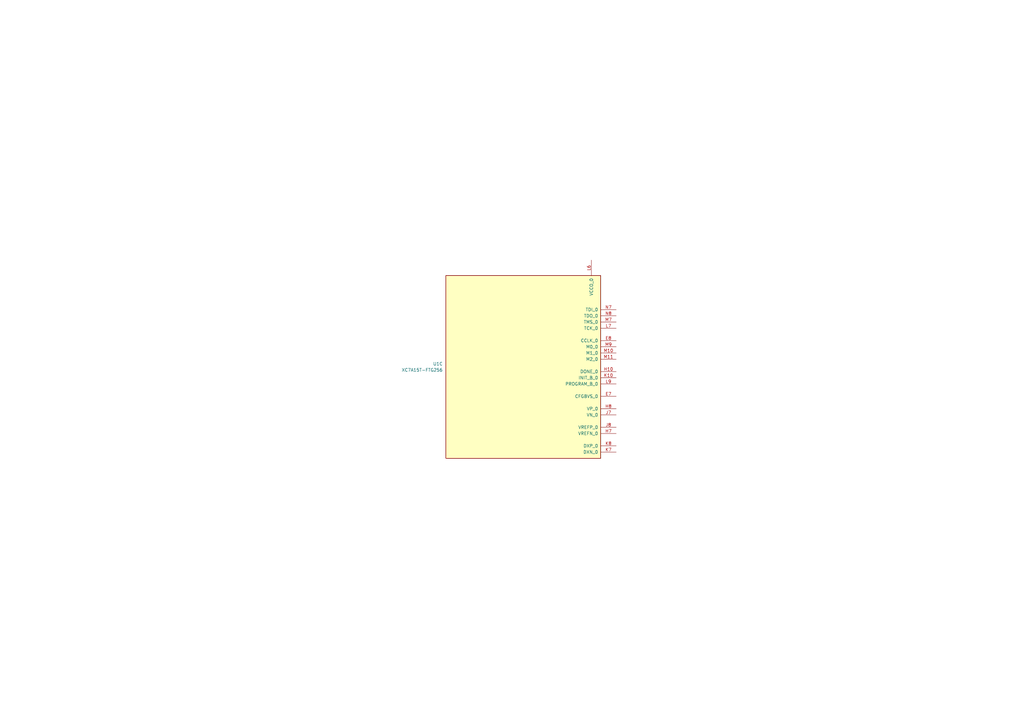
<source format=kicad_sch>
(kicad_sch
	(version 20231120)
	(generator "eeschema")
	(generator_version "8.0")
	(uuid "709ad6a4-907a-4970-b1ce-783ea0e1181f")
	(paper "A3")
	(lib_symbols
		(symbol "FPGA_Xilinx_Artix7:XC7A15T-FTG256"
			(pin_names
				(offset 1.016)
			)
			(exclude_from_sim no)
			(in_bom yes)
			(on_board yes)
			(property "Reference" "U"
				(at 0 1.27 0)
				(effects
					(font
						(size 1.27 1.27)
					)
				)
			)
			(property "Value" "XC7A15T-FTG256"
				(at 0 -1.27 0)
				(effects
					(font
						(size 1.27 1.27)
					)
				)
			)
			(property "Footprint" ""
				(at 0 0 0)
				(effects
					(font
						(size 1.27 1.27)
					)
					(hide yes)
				)
			)
			(property "Datasheet" ""
				(at 0 0 0)
				(effects
					(font
						(size 1.27 1.27)
					)
				)
			)
			(property "Description" "Artix 7 T 15 XC7A15T-FTG256"
				(at 0 0 0)
				(effects
					(font
						(size 1.27 1.27)
					)
					(hide yes)
				)
			)
			(property "ki_locked" ""
				(at 0 0 0)
				(effects
					(font
						(size 1.27 1.27)
					)
				)
			)
			(property "ki_keywords" "FPGA"
				(at 0 0 0)
				(effects
					(font
						(size 1.27 1.27)
					)
					(hide yes)
				)
			)
			(symbol "XC7A15T-FTG256_1_1"
				(rectangle
					(start -44.45 67.31)
					(end 44.45 -73.66)
					(stroke
						(width 0.254)
						(type default)
					)
					(fill
						(type background)
					)
				)
				(pin bidirectional line
					(at 50.8 38.1 180)
					(length 6.35)
					(name "IO_L3N_T0_DQS_AD1N_15"
						(effects
							(font
								(size 1.27 1.27)
							)
						)
					)
					(number "A10"
						(effects
							(font
								(size 1.27 1.27)
							)
						)
					)
				)
				(pin bidirectional line
					(at 50.8 27.94 180)
					(length 6.35)
					(name "IO_L5N_T0_AD9N_15"
						(effects
							(font
								(size 1.27 1.27)
							)
						)
					)
					(number "A12"
						(effects
							(font
								(size 1.27 1.27)
							)
						)
					)
				)
				(pin bidirectional line
					(at 50.8 20.32 180)
					(length 6.35)
					(name "IO_L7P_T1_AD2P_15"
						(effects
							(font
								(size 1.27 1.27)
							)
						)
					)
					(number "A13"
						(effects
							(font
								(size 1.27 1.27)
							)
						)
					)
				)
				(pin bidirectional line
					(at 50.8 17.78 180)
					(length 6.35)
					(name "IO_L7N_T1_AD2N_15"
						(effects
							(font
								(size 1.27 1.27)
							)
						)
					)
					(number "A14"
						(effects
							(font
								(size 1.27 1.27)
							)
						)
					)
				)
				(pin bidirectional line
					(at 50.8 7.62 180)
					(length 6.35)
					(name "IO_L9N_T1_DQS_AD3N_15"
						(effects
							(font
								(size 1.27 1.27)
							)
						)
					)
					(number "A15"
						(effects
							(font
								(size 1.27 1.27)
							)
						)
					)
				)
				(pin power_in line
					(at 27.94 73.66 270)
					(length 6.35)
					(name "VCCO_15"
						(effects
							(font
								(size 1.27 1.27)
							)
						)
					)
					(number "A16"
						(effects
							(font
								(size 1.27 1.27)
							)
						)
					)
				)
				(pin bidirectional line
					(at 50.8 45.72 180)
					(length 6.35)
					(name "IO_L2P_T0_AD8P_15"
						(effects
							(font
								(size 1.27 1.27)
							)
						)
					)
					(number "A8"
						(effects
							(font
								(size 1.27 1.27)
							)
						)
					)
				)
				(pin bidirectional line
					(at 50.8 43.18 180)
					(length 6.35)
					(name "IO_L2N_T0_AD8N_15"
						(effects
							(font
								(size 1.27 1.27)
							)
						)
					)
					(number "A9"
						(effects
							(font
								(size 1.27 1.27)
							)
						)
					)
				)
				(pin bidirectional line
					(at 50.8 35.56 180)
					(length 6.35)
					(name "IO_L4P_T0_15"
						(effects
							(font
								(size 1.27 1.27)
							)
						)
					)
					(number "B10"
						(effects
							(font
								(size 1.27 1.27)
							)
						)
					)
				)
				(pin bidirectional line
					(at 50.8 33.02 180)
					(length 6.35)
					(name "IO_L4N_T0_15"
						(effects
							(font
								(size 1.27 1.27)
							)
						)
					)
					(number "B11"
						(effects
							(font
								(size 1.27 1.27)
							)
						)
					)
				)
				(pin bidirectional line
					(at 50.8 30.48 180)
					(length 6.35)
					(name "IO_L5P_T0_AD9P_15"
						(effects
							(font
								(size 1.27 1.27)
							)
						)
					)
					(number "B12"
						(effects
							(font
								(size 1.27 1.27)
							)
						)
					)
				)
				(pin power_in line
					(at 30.48 73.66 270)
					(length 6.35)
					(name "VCCO_15"
						(effects
							(font
								(size 1.27 1.27)
							)
						)
					)
					(number "B13"
						(effects
							(font
								(size 1.27 1.27)
							)
						)
					)
				)
				(pin bidirectional line
					(at 50.8 12.7 180)
					(length 6.35)
					(name "IO_L8N_T1_AD10N_15"
						(effects
							(font
								(size 1.27 1.27)
							)
						)
					)
					(number "B14"
						(effects
							(font
								(size 1.27 1.27)
							)
						)
					)
				)
				(pin bidirectional line
					(at 50.8 10.16 180)
					(length 6.35)
					(name "IO_L9P_T1_DQS_AD3P_15"
						(effects
							(font
								(size 1.27 1.27)
							)
						)
					)
					(number "B15"
						(effects
							(font
								(size 1.27 1.27)
							)
						)
					)
				)
				(pin bidirectional line
					(at 50.8 2.54 180)
					(length 6.35)
					(name "IO_L10N_T1_AD11N_15"
						(effects
							(font
								(size 1.27 1.27)
							)
						)
					)
					(number "B16"
						(effects
							(font
								(size 1.27 1.27)
							)
						)
					)
				)
				(pin bidirectional line
					(at 50.8 40.64 180)
					(length 6.35)
					(name "IO_L3P_T0_DQS_AD1P_15"
						(effects
							(font
								(size 1.27 1.27)
							)
						)
					)
					(number "B9"
						(effects
							(font
								(size 1.27 1.27)
							)
						)
					)
				)
				(pin power_in line
					(at 33.02 73.66 270)
					(length 6.35)
					(name "VCCO_15"
						(effects
							(font
								(size 1.27 1.27)
							)
						)
					)
					(number "C10"
						(effects
							(font
								(size 1.27 1.27)
							)
						)
					)
				)
				(pin bidirectional line
					(at 50.8 0 180)
					(length 6.35)
					(name "IO_L11P_T1_SRCC_15"
						(effects
							(font
								(size 1.27 1.27)
							)
						)
					)
					(number "C11"
						(effects
							(font
								(size 1.27 1.27)
							)
						)
					)
				)
				(pin bidirectional line
					(at 50.8 -2.54 180)
					(length 6.35)
					(name "IO_L11N_T1_SRCC_15"
						(effects
							(font
								(size 1.27 1.27)
							)
						)
					)
					(number "C12"
						(effects
							(font
								(size 1.27 1.27)
							)
						)
					)
				)
				(pin bidirectional line
					(at 50.8 -7.62 180)
					(length 6.35)
					(name "IO_L12N_T1_MRCC_15"
						(effects
							(font
								(size 1.27 1.27)
							)
						)
					)
					(number "C13"
						(effects
							(font
								(size 1.27 1.27)
							)
						)
					)
				)
				(pin bidirectional line
					(at 50.8 15.24 180)
					(length 6.35)
					(name "IO_L8P_T1_AD10P_15"
						(effects
							(font
								(size 1.27 1.27)
							)
						)
					)
					(number "C14"
						(effects
							(font
								(size 1.27 1.27)
							)
						)
					)
				)
				(pin bidirectional line
					(at 50.8 5.08 180)
					(length 6.35)
					(name "IO_L10P_T1_AD11P_15"
						(effects
							(font
								(size 1.27 1.27)
							)
						)
					)
					(number "C16"
						(effects
							(font
								(size 1.27 1.27)
							)
						)
					)
				)
				(pin bidirectional line
					(at 50.8 50.8 180)
					(length 6.35)
					(name "IO_L1P_T0_AD0P_15"
						(effects
							(font
								(size 1.27 1.27)
							)
						)
					)
					(number "C8"
						(effects
							(font
								(size 1.27 1.27)
							)
						)
					)
				)
				(pin bidirectional line
					(at 50.8 48.26 180)
					(length 6.35)
					(name "IO_L1N_T0_AD0N_15"
						(effects
							(font
								(size 1.27 1.27)
							)
						)
					)
					(number "C9"
						(effects
							(font
								(size 1.27 1.27)
							)
						)
					)
				)
				(pin bidirectional line
					(at 50.8 53.34 180)
					(length 6.35)
					(name "IO_0_15"
						(effects
							(font
								(size 1.27 1.27)
							)
						)
					)
					(number "D10"
						(effects
							(font
								(size 1.27 1.27)
							)
						)
					)
				)
				(pin bidirectional line
					(at 50.8 -17.78 180)
					(length 6.35)
					(name "IO_L14N_T2_SRCC_15"
						(effects
							(font
								(size 1.27 1.27)
							)
						)
					)
					(number "D11"
						(effects
							(font
								(size 1.27 1.27)
							)
						)
					)
				)
				(pin bidirectional line
					(at 50.8 -5.08 180)
					(length 6.35)
					(name "IO_L12P_T1_MRCC_15"
						(effects
							(font
								(size 1.27 1.27)
							)
						)
					)
					(number "D13"
						(effects
							(font
								(size 1.27 1.27)
							)
						)
					)
				)
				(pin bidirectional line
					(at 50.8 -20.32 180)
					(length 6.35)
					(name "IO_L15P_T2_DQS_15"
						(effects
							(font
								(size 1.27 1.27)
							)
						)
					)
					(number "D14"
						(effects
							(font
								(size 1.27 1.27)
							)
						)
					)
				)
				(pin bidirectional line
					(at 50.8 -22.86 180)
					(length 6.35)
					(name "IO_L15N_T2_DQS_ADV_B_15"
						(effects
							(font
								(size 1.27 1.27)
							)
						)
					)
					(number "D15"
						(effects
							(font
								(size 1.27 1.27)
							)
						)
					)
				)
				(pin bidirectional line
					(at 50.8 -33.02 180)
					(length 6.35)
					(name "IO_L17N_T2_A25_15"
						(effects
							(font
								(size 1.27 1.27)
							)
						)
					)
					(number "D16"
						(effects
							(font
								(size 1.27 1.27)
							)
						)
					)
				)
				(pin bidirectional line
					(at 50.8 25.4 180)
					(length 6.35)
					(name "IO_L6P_T0_15"
						(effects
							(font
								(size 1.27 1.27)
							)
						)
					)
					(number "D8"
						(effects
							(font
								(size 1.27 1.27)
							)
						)
					)
				)
				(pin bidirectional line
					(at 50.8 22.86 180)
					(length 6.35)
					(name "IO_L6N_T0_VREF_15"
						(effects
							(font
								(size 1.27 1.27)
							)
						)
					)
					(number "D9"
						(effects
							(font
								(size 1.27 1.27)
							)
						)
					)
				)
				(pin bidirectional line
					(at 50.8 -15.24 180)
					(length 6.35)
					(name "IO_L14P_T2_SRCC_15"
						(effects
							(font
								(size 1.27 1.27)
							)
						)
					)
					(number "E11"
						(effects
							(font
								(size 1.27 1.27)
							)
						)
					)
				)
				(pin bidirectional line
					(at 50.8 -10.16 180)
					(length 6.35)
					(name "IO_L13P_T2_MRCC_15"
						(effects
							(font
								(size 1.27 1.27)
							)
						)
					)
					(number "E12"
						(effects
							(font
								(size 1.27 1.27)
							)
						)
					)
				)
				(pin bidirectional line
					(at 50.8 -12.7 180)
					(length 6.35)
					(name "IO_L13N_T2_MRCC_15"
						(effects
							(font
								(size 1.27 1.27)
							)
						)
					)
					(number "E13"
						(effects
							(font
								(size 1.27 1.27)
							)
						)
					)
				)
				(pin power_in line
					(at 35.56 73.66 270)
					(length 6.35)
					(name "VCCO_15"
						(effects
							(font
								(size 1.27 1.27)
							)
						)
					)
					(number "E14"
						(effects
							(font
								(size 1.27 1.27)
							)
						)
					)
				)
				(pin bidirectional line
					(at 50.8 -38.1 180)
					(length 6.35)
					(name "IO_L18N_T2_A23_15"
						(effects
							(font
								(size 1.27 1.27)
							)
						)
					)
					(number "E15"
						(effects
							(font
								(size 1.27 1.27)
							)
						)
					)
				)
				(pin bidirectional line
					(at 50.8 -30.48 180)
					(length 6.35)
					(name "IO_L17P_T2_A26_15"
						(effects
							(font
								(size 1.27 1.27)
							)
						)
					)
					(number "E16"
						(effects
							(font
								(size 1.27 1.27)
							)
						)
					)
				)
				(pin bidirectional line
					(at 50.8 -25.4 180)
					(length 6.35)
					(name "IO_L16P_T2_A28_15"
						(effects
							(font
								(size 1.27 1.27)
							)
						)
					)
					(number "F12"
						(effects
							(font
								(size 1.27 1.27)
							)
						)
					)
				)
				(pin bidirectional line
					(at 50.8 -27.94 180)
					(length 6.35)
					(name "IO_L16N_T2_A27_15"
						(effects
							(font
								(size 1.27 1.27)
							)
						)
					)
					(number "F13"
						(effects
							(font
								(size 1.27 1.27)
							)
						)
					)
				)
				(pin bidirectional line
					(at 50.8 -53.34 180)
					(length 6.35)
					(name "IO_L21N_T3_DQS_A18_15"
						(effects
							(font
								(size 1.27 1.27)
							)
						)
					)
					(number "F14"
						(effects
							(font
								(size 1.27 1.27)
							)
						)
					)
				)
				(pin bidirectional line
					(at 50.8 -35.56 180)
					(length 6.35)
					(name "IO_L18P_T2_A24_15"
						(effects
							(font
								(size 1.27 1.27)
							)
						)
					)
					(number "F15"
						(effects
							(font
								(size 1.27 1.27)
							)
						)
					)
				)
				(pin bidirectional line
					(at 50.8 -71.12 180)
					(length 6.35)
					(name "IO_25_15"
						(effects
							(font
								(size 1.27 1.27)
							)
						)
					)
					(number "G11"
						(effects
							(font
								(size 1.27 1.27)
							)
						)
					)
				)
				(pin bidirectional line
					(at 50.8 -43.18 180)
					(length 6.35)
					(name "IO_L19N_T3_A21_VREF_15"
						(effects
							(font
								(size 1.27 1.27)
							)
						)
					)
					(number "G12"
						(effects
							(font
								(size 1.27 1.27)
							)
						)
					)
				)
				(pin bidirectional line
					(at 50.8 -50.8 180)
					(length 6.35)
					(name "IO_L21P_T3_DQS_15"
						(effects
							(font
								(size 1.27 1.27)
							)
						)
					)
					(number "G14"
						(effects
							(font
								(size 1.27 1.27)
							)
						)
					)
				)
				(pin bidirectional line
					(at 50.8 -68.58 180)
					(length 6.35)
					(name "IO_L24N_T3_RS0_15"
						(effects
							(font
								(size 1.27 1.27)
							)
						)
					)
					(number "G15"
						(effects
							(font
								(size 1.27 1.27)
							)
						)
					)
				)
				(pin bidirectional line
					(at 50.8 -58.42 180)
					(length 6.35)
					(name "IO_L22N_T3_A16_15"
						(effects
							(font
								(size 1.27 1.27)
							)
						)
					)
					(number "G16"
						(effects
							(font
								(size 1.27 1.27)
							)
						)
					)
				)
				(pin bidirectional line
					(at 50.8 -40.64 180)
					(length 6.35)
					(name "IO_L19P_T3_A22_15"
						(effects
							(font
								(size 1.27 1.27)
							)
						)
					)
					(number "H11"
						(effects
							(font
								(size 1.27 1.27)
							)
						)
					)
				)
				(pin bidirectional line
					(at 50.8 -45.72 180)
					(length 6.35)
					(name "IO_L20P_T3_A20_15"
						(effects
							(font
								(size 1.27 1.27)
							)
						)
					)
					(number "H12"
						(effects
							(font
								(size 1.27 1.27)
							)
						)
					)
				)
				(pin bidirectional line
					(at 50.8 -48.26 180)
					(length 6.35)
					(name "IO_L20N_T3_A19_15"
						(effects
							(font
								(size 1.27 1.27)
							)
						)
					)
					(number "H13"
						(effects
							(font
								(size 1.27 1.27)
							)
						)
					)
				)
				(pin bidirectional line
					(at 50.8 -66.04 180)
					(length 6.35)
					(name "IO_L24P_T3_RS1_15"
						(effects
							(font
								(size 1.27 1.27)
							)
						)
					)
					(number "H14"
						(effects
							(font
								(size 1.27 1.27)
							)
						)
					)
				)
				(pin power_in line
					(at 38.1 73.66 270)
					(length 6.35)
					(name "VCCO_15"
						(effects
							(font
								(size 1.27 1.27)
							)
						)
					)
					(number "H15"
						(effects
							(font
								(size 1.27 1.27)
							)
						)
					)
				)
				(pin bidirectional line
					(at 50.8 -55.88 180)
					(length 6.35)
					(name "IO_L22P_T3_A17_15"
						(effects
							(font
								(size 1.27 1.27)
							)
						)
					)
					(number "H16"
						(effects
							(font
								(size 1.27 1.27)
							)
						)
					)
				)
				(pin power_in line
					(at 40.64 73.66 270)
					(length 6.35)
					(name "VCCO_15"
						(effects
							(font
								(size 1.27 1.27)
							)
						)
					)
					(number "J12"
						(effects
							(font
								(size 1.27 1.27)
							)
						)
					)
				)
				(pin bidirectional line
					(at -50.8 50.8 0)
					(length 6.35)
					(name "IO_L1P_T0_D00_MOSI_14"
						(effects
							(font
								(size 1.27 1.27)
							)
						)
					)
					(number "J13"
						(effects
							(font
								(size 1.27 1.27)
							)
						)
					)
				)
				(pin bidirectional line
					(at -50.8 48.26 0)
					(length 6.35)
					(name "IO_L1N_T0_D01_DIN_14"
						(effects
							(font
								(size 1.27 1.27)
							)
						)
					)
					(number "J14"
						(effects
							(font
								(size 1.27 1.27)
							)
						)
					)
				)
				(pin bidirectional line
					(at 50.8 -60.96 180)
					(length 6.35)
					(name "IO_L23P_T3_FOE_B_15"
						(effects
							(font
								(size 1.27 1.27)
							)
						)
					)
					(number "J15"
						(effects
							(font
								(size 1.27 1.27)
							)
						)
					)
				)
				(pin bidirectional line
					(at 50.8 -63.5 180)
					(length 6.35)
					(name "IO_L23N_T3_FWE_B_15"
						(effects
							(font
								(size 1.27 1.27)
							)
						)
					)
					(number "J16"
						(effects
							(font
								(size 1.27 1.27)
							)
						)
					)
				)
				(pin bidirectional line
					(at -50.8 53.34 0)
					(length 6.35)
					(name "IO_0_14"
						(effects
							(font
								(size 1.27 1.27)
							)
						)
					)
					(number "K12"
						(effects
							(font
								(size 1.27 1.27)
							)
						)
					)
				)
				(pin bidirectional line
					(at -50.8 30.48 0)
					(length 6.35)
					(name "IO_L5P_T0_D06_14"
						(effects
							(font
								(size 1.27 1.27)
							)
						)
					)
					(number "K13"
						(effects
							(font
								(size 1.27 1.27)
							)
						)
					)
				)
				(pin bidirectional line
					(at -50.8 45.72 0)
					(length 6.35)
					(name "IO_L2P_T0_D02_14"
						(effects
							(font
								(size 1.27 1.27)
							)
						)
					)
					(number "K15"
						(effects
							(font
								(size 1.27 1.27)
							)
						)
					)
				)
				(pin bidirectional line
					(at -50.8 43.18 0)
					(length 6.35)
					(name "IO_L2N_T0_D03_14"
						(effects
							(font
								(size 1.27 1.27)
							)
						)
					)
					(number "K16"
						(effects
							(font
								(size 1.27 1.27)
							)
						)
					)
				)
				(pin bidirectional line
					(at -50.8 25.4 0)
					(length 6.35)
					(name "IO_L6P_T0_FCS_B_14"
						(effects
							(font
								(size 1.27 1.27)
							)
						)
					)
					(number "L12"
						(effects
							(font
								(size 1.27 1.27)
							)
						)
					)
				)
				(pin bidirectional line
					(at -50.8 27.94 0)
					(length 6.35)
					(name "IO_L5N_T0_D07_14"
						(effects
							(font
								(size 1.27 1.27)
							)
						)
					)
					(number "L13"
						(effects
							(font
								(size 1.27 1.27)
							)
						)
					)
				)
				(pin bidirectional line
					(at -50.8 35.56 0)
					(length 6.35)
					(name "IO_L4P_T0_D04_14"
						(effects
							(font
								(size 1.27 1.27)
							)
						)
					)
					(number "L14"
						(effects
							(font
								(size 1.27 1.27)
							)
						)
					)
				)
				(pin bidirectional line
					(at -50.8 40.64 0)
					(length 6.35)
					(name "IO_L3P_T0_DQS_PUDC_B_14"
						(effects
							(font
								(size 1.27 1.27)
							)
						)
					)
					(number "L15"
						(effects
							(font
								(size 1.27 1.27)
							)
						)
					)
				)
				(pin power_in line
					(at -40.64 73.66 270)
					(length 6.35)
					(name "VCCO_14"
						(effects
							(font
								(size 1.27 1.27)
							)
						)
					)
					(number "L16"
						(effects
							(font
								(size 1.27 1.27)
							)
						)
					)
				)
				(pin bidirectional line
					(at -50.8 22.86 0)
					(length 6.35)
					(name "IO_L6N_T0_D08_VREF_14"
						(effects
							(font
								(size 1.27 1.27)
							)
						)
					)
					(number "M12"
						(effects
							(font
								(size 1.27 1.27)
							)
						)
					)
				)
				(pin power_in line
					(at -38.1 73.66 270)
					(length 6.35)
					(name "VCCO_14"
						(effects
							(font
								(size 1.27 1.27)
							)
						)
					)
					(number "M13"
						(effects
							(font
								(size 1.27 1.27)
							)
						)
					)
				)
				(pin bidirectional line
					(at -50.8 33.02 0)
					(length 6.35)
					(name "IO_L4N_T0_D05_14"
						(effects
							(font
								(size 1.27 1.27)
							)
						)
					)
					(number "M14"
						(effects
							(font
								(size 1.27 1.27)
							)
						)
					)
				)
				(pin bidirectional line
					(at -50.8 38.1 0)
					(length 6.35)
					(name "IO_L3N_T0_DQS_EMCCLK_14"
						(effects
							(font
								(size 1.27 1.27)
							)
						)
					)
					(number "M15"
						(effects
							(font
								(size 1.27 1.27)
							)
						)
					)
				)
				(pin bidirectional line
					(at -50.8 20.32 0)
					(length 6.35)
					(name "IO_L7P_T1_D09_14"
						(effects
							(font
								(size 1.27 1.27)
							)
						)
					)
					(number "M16"
						(effects
							(font
								(size 1.27 1.27)
							)
						)
					)
				)
				(pin bidirectional line
					(at -50.8 -40.64 0)
					(length 6.35)
					(name "IO_L19P_T3_A10_D26_14"
						(effects
							(font
								(size 1.27 1.27)
							)
						)
					)
					(number "M6"
						(effects
							(font
								(size 1.27 1.27)
							)
						)
					)
				)
				(pin power_in line
					(at -35.56 73.66 270)
					(length 6.35)
					(name "VCCO_14"
						(effects
							(font
								(size 1.27 1.27)
							)
						)
					)
					(number "N10"
						(effects
							(font
								(size 1.27 1.27)
							)
						)
					)
				)
				(pin bidirectional line
					(at -50.8 -10.16 0)
					(length 6.35)
					(name "IO_L13P_T2_MRCC_14"
						(effects
							(font
								(size 1.27 1.27)
							)
						)
					)
					(number "N11"
						(effects
							(font
								(size 1.27 1.27)
							)
						)
					)
				)
				(pin bidirectional line
					(at -50.8 -12.7 0)
					(length 6.35)
					(name "IO_L13N_T2_MRCC_14"
						(effects
							(font
								(size 1.27 1.27)
							)
						)
					)
					(number "N12"
						(effects
							(font
								(size 1.27 1.27)
							)
						)
					)
				)
				(pin bidirectional line
					(at -50.8 0 0)
					(length 6.35)
					(name "IO_L11P_T1_SRCC_14"
						(effects
							(font
								(size 1.27 1.27)
							)
						)
					)
					(number "N13"
						(effects
							(font
								(size 1.27 1.27)
							)
						)
					)
				)
				(pin bidirectional line
					(at -50.8 -5.08 0)
					(length 6.35)
					(name "IO_L12P_T1_MRCC_14"
						(effects
							(font
								(size 1.27 1.27)
							)
						)
					)
					(number "N14"
						(effects
							(font
								(size 1.27 1.27)
							)
						)
					)
				)
				(pin bidirectional line
					(at -50.8 17.78 0)
					(length 6.35)
					(name "IO_L7N_T1_D10_14"
						(effects
							(font
								(size 1.27 1.27)
							)
						)
					)
					(number "N16"
						(effects
							(font
								(size 1.27 1.27)
							)
						)
					)
				)
				(pin bidirectional line
					(at -50.8 -43.18 0)
					(length 6.35)
					(name "IO_L19N_T3_A09_D25_VREF_14"
						(effects
							(font
								(size 1.27 1.27)
							)
						)
					)
					(number "N6"
						(effects
							(font
								(size 1.27 1.27)
							)
						)
					)
				)
				(pin bidirectional line
					(at -50.8 -35.56 0)
					(length 6.35)
					(name "IO_L18P_T2_A12_D28_14"
						(effects
							(font
								(size 1.27 1.27)
							)
						)
					)
					(number "N9"
						(effects
							(font
								(size 1.27 1.27)
							)
						)
					)
				)
				(pin bidirectional line
					(at -50.8 -15.24 0)
					(length 6.35)
					(name "IO_L14P_T2_SRCC_14"
						(effects
							(font
								(size 1.27 1.27)
							)
						)
					)
					(number "P10"
						(effects
							(font
								(size 1.27 1.27)
							)
						)
					)
				)
				(pin bidirectional line
					(at -50.8 -17.78 0)
					(length 6.35)
					(name "IO_L14N_T2_SRCC_14"
						(effects
							(font
								(size 1.27 1.27)
							)
						)
					)
					(number "P11"
						(effects
							(font
								(size 1.27 1.27)
							)
						)
					)
				)
				(pin bidirectional line
					(at -50.8 -2.54 0)
					(length 6.35)
					(name "IO_L11N_T1_SRCC_14"
						(effects
							(font
								(size 1.27 1.27)
							)
						)
					)
					(number "P13"
						(effects
							(font
								(size 1.27 1.27)
							)
						)
					)
				)
				(pin bidirectional line
					(at -50.8 -7.62 0)
					(length 6.35)
					(name "IO_L12N_T1_MRCC_14"
						(effects
							(font
								(size 1.27 1.27)
							)
						)
					)
					(number "P14"
						(effects
							(font
								(size 1.27 1.27)
							)
						)
					)
				)
				(pin bidirectional line
					(at -50.8 15.24 0)
					(length 6.35)
					(name "IO_L8P_T1_D11_14"
						(effects
							(font
								(size 1.27 1.27)
							)
						)
					)
					(number "P15"
						(effects
							(font
								(size 1.27 1.27)
							)
						)
					)
				)
				(pin bidirectional line
					(at -50.8 12.7 0)
					(length 6.35)
					(name "IO_L8N_T1_D12_14"
						(effects
							(font
								(size 1.27 1.27)
							)
						)
					)
					(number "P16"
						(effects
							(font
								(size 1.27 1.27)
							)
						)
					)
				)
				(pin bidirectional line
					(at -50.8 -71.12 0)
					(length 6.35)
					(name "IO_25_14"
						(effects
							(font
								(size 1.27 1.27)
							)
						)
					)
					(number "P6"
						(effects
							(font
								(size 1.27 1.27)
							)
						)
					)
				)
				(pin power_in line
					(at -33.02 73.66 270)
					(length 6.35)
					(name "VCCO_14"
						(effects
							(font
								(size 1.27 1.27)
							)
						)
					)
					(number "P7"
						(effects
							(font
								(size 1.27 1.27)
							)
						)
					)
				)
				(pin bidirectional line
					(at -50.8 -45.72 0)
					(length 6.35)
					(name "IO_L20P_T3_A08_D24_14"
						(effects
							(font
								(size 1.27 1.27)
							)
						)
					)
					(number "P8"
						(effects
							(font
								(size 1.27 1.27)
							)
						)
					)
				)
				(pin bidirectional line
					(at -50.8 -38.1 0)
					(length 6.35)
					(name "IO_L18N_T2_A11_D27_14"
						(effects
							(font
								(size 1.27 1.27)
							)
						)
					)
					(number "P9"
						(effects
							(font
								(size 1.27 1.27)
							)
						)
					)
				)
				(pin bidirectional line
					(at -50.8 -30.48 0)
					(length 6.35)
					(name "IO_L17P_T2_A14_D30_14"
						(effects
							(font
								(size 1.27 1.27)
							)
						)
					)
					(number "R10"
						(effects
							(font
								(size 1.27 1.27)
							)
						)
					)
				)
				(pin bidirectional line
					(at -50.8 -33.02 0)
					(length 6.35)
					(name "IO_L17N_T2_A13_D29_14"
						(effects
							(font
								(size 1.27 1.27)
							)
						)
					)
					(number "R11"
						(effects
							(font
								(size 1.27 1.27)
							)
						)
					)
				)
				(pin bidirectional line
					(at -50.8 -20.32 0)
					(length 6.35)
					(name "IO_L15P_T2_DQS_RDWR_B_14"
						(effects
							(font
								(size 1.27 1.27)
							)
						)
					)
					(number "R12"
						(effects
							(font
								(size 1.27 1.27)
							)
						)
					)
				)
				(pin bidirectional line
					(at -50.8 -25.4 0)
					(length 6.35)
					(name "IO_L16P_T2_CSI_B_14"
						(effects
							(font
								(size 1.27 1.27)
							)
						)
					)
					(number "R13"
						(effects
							(font
								(size 1.27 1.27)
							)
						)
					)
				)
				(pin power_in line
					(at -30.48 73.66 270)
					(length 6.35)
					(name "VCCO_14"
						(effects
							(font
								(size 1.27 1.27)
							)
						)
					)
					(number "R14"
						(effects
							(font
								(size 1.27 1.27)
							)
						)
					)
				)
				(pin bidirectional line
					(at -50.8 10.16 0)
					(length 6.35)
					(name "IO_L9P_T1_DQS_14"
						(effects
							(font
								(size 1.27 1.27)
							)
						)
					)
					(number "R15"
						(effects
							(font
								(size 1.27 1.27)
							)
						)
					)
				)
				(pin bidirectional line
					(at -50.8 7.62 0)
					(length 6.35)
					(name "IO_L9N_T1_DQS_D13_14"
						(effects
							(font
								(size 1.27 1.27)
							)
						)
					)
					(number "R16"
						(effects
							(font
								(size 1.27 1.27)
							)
						)
					)
				)
				(pin bidirectional line
					(at -50.8 -60.96 0)
					(length 6.35)
					(name "IO_L23P_T3_A03_D19_14"
						(effects
							(font
								(size 1.27 1.27)
							)
						)
					)
					(number "R5"
						(effects
							(font
								(size 1.27 1.27)
							)
						)
					)
				)
				(pin bidirectional line
					(at -50.8 -66.04 0)
					(length 6.35)
					(name "IO_L24P_T3_A01_D17_14"
						(effects
							(font
								(size 1.27 1.27)
							)
						)
					)
					(number "R6"
						(effects
							(font
								(size 1.27 1.27)
							)
						)
					)
				)
				(pin bidirectional line
					(at -50.8 -68.58 0)
					(length 6.35)
					(name "IO_L24N_T3_A00_D16_14"
						(effects
							(font
								(size 1.27 1.27)
							)
						)
					)
					(number "R7"
						(effects
							(font
								(size 1.27 1.27)
							)
						)
					)
				)
				(pin bidirectional line
					(at -50.8 -48.26 0)
					(length 6.35)
					(name "IO_L20N_T3_A07_D23_14"
						(effects
							(font
								(size 1.27 1.27)
							)
						)
					)
					(number "R8"
						(effects
							(font
								(size 1.27 1.27)
							)
						)
					)
				)
				(pin bidirectional line
					(at -50.8 -58.42 0)
					(length 6.35)
					(name "IO_L22N_T3_A04_D20_14"
						(effects
							(font
								(size 1.27 1.27)
							)
						)
					)
					(number "T10"
						(effects
							(font
								(size 1.27 1.27)
							)
						)
					)
				)
				(pin power_in line
					(at -27.94 73.66 270)
					(length 6.35)
					(name "VCCO_14"
						(effects
							(font
								(size 1.27 1.27)
							)
						)
					)
					(number "T11"
						(effects
							(font
								(size 1.27 1.27)
							)
						)
					)
				)
				(pin bidirectional line
					(at -50.8 -22.86 0)
					(length 6.35)
					(name "IO_L15N_T2_DQS_DOUT_CSO_B_14"
						(effects
							(font
								(size 1.27 1.27)
							)
						)
					)
					(number "T12"
						(effects
							(font
								(size 1.27 1.27)
							)
						)
					)
				)
				(pin bidirectional line
					(at -50.8 -27.94 0)
					(length 6.35)
					(name "IO_L16N_T2_A15_D31_14"
						(effects
							(font
								(size 1.27 1.27)
							)
						)
					)
					(number "T13"
						(effects
							(font
								(size 1.27 1.27)
							)
						)
					)
				)
				(pin bidirectional line
					(at -50.8 5.08 0)
					(length 6.35)
					(name "IO_L10P_T1_D14_14"
						(effects
							(font
								(size 1.27 1.27)
							)
						)
					)
					(number "T14"
						(effects
							(font
								(size 1.27 1.27)
							)
						)
					)
				)
				(pin bidirectional line
					(at -50.8 2.54 0)
					(length 6.35)
					(name "IO_L10N_T1_D15_14"
						(effects
							(font
								(size 1.27 1.27)
							)
						)
					)
					(number "T15"
						(effects
							(font
								(size 1.27 1.27)
							)
						)
					)
				)
				(pin bidirectional line
					(at -50.8 -63.5 0)
					(length 6.35)
					(name "IO_L23N_T3_A02_D18_14"
						(effects
							(font
								(size 1.27 1.27)
							)
						)
					)
					(number "T5"
						(effects
							(font
								(size 1.27 1.27)
							)
						)
					)
				)
				(pin bidirectional line
					(at -50.8 -50.8 0)
					(length 6.35)
					(name "IO_L21P_T3_DQS_14"
						(effects
							(font
								(size 1.27 1.27)
							)
						)
					)
					(number "T7"
						(effects
							(font
								(size 1.27 1.27)
							)
						)
					)
				)
				(pin bidirectional line
					(at -50.8 -53.34 0)
					(length 6.35)
					(name "IO_L21N_T3_DQS_A06_D22_14"
						(effects
							(font
								(size 1.27 1.27)
							)
						)
					)
					(number "T8"
						(effects
							(font
								(size 1.27 1.27)
							)
						)
					)
				)
				(pin bidirectional line
					(at -50.8 -55.88 0)
					(length 6.35)
					(name "IO_L22P_T3_A05_D21_14"
						(effects
							(font
								(size 1.27 1.27)
							)
						)
					)
					(number "T9"
						(effects
							(font
								(size 1.27 1.27)
							)
						)
					)
				)
			)
			(symbol "XC7A15T-FTG256_2_1"
				(rectangle
					(start -44.45 67.31)
					(end 44.45 -73.66)
					(stroke
						(width 0.254)
						(type default)
					)
					(fill
						(type background)
					)
				)
				(pin bidirectional line
					(at 50.8 12.7 180)
					(length 6.35)
					(name "IO_L8N_T1_AD14N_35"
						(effects
							(font
								(size 1.27 1.27)
							)
						)
					)
					(number "A2"
						(effects
							(font
								(size 1.27 1.27)
							)
						)
					)
				)
				(pin bidirectional line
					(at 50.8 33.02 180)
					(length 6.35)
					(name "IO_L4N_T0_35"
						(effects
							(font
								(size 1.27 1.27)
							)
						)
					)
					(number "A3"
						(effects
							(font
								(size 1.27 1.27)
							)
						)
					)
				)
				(pin bidirectional line
					(at 50.8 38.1 180)
					(length 6.35)
					(name "IO_L3N_T0_DQS_AD5N_35"
						(effects
							(font
								(size 1.27 1.27)
							)
						)
					)
					(number "A4"
						(effects
							(font
								(size 1.27 1.27)
							)
						)
					)
				)
				(pin bidirectional line
					(at 50.8 40.64 180)
					(length 6.35)
					(name "IO_L3P_T0_DQS_AD5P_35"
						(effects
							(font
								(size 1.27 1.27)
							)
						)
					)
					(number "A5"
						(effects
							(font
								(size 1.27 1.27)
							)
						)
					)
				)
				(pin power_in line
					(at 27.94 73.66 270)
					(length 6.35)
					(name "VCCO_35"
						(effects
							(font
								(size 1.27 1.27)
							)
						)
					)
					(number "A6"
						(effects
							(font
								(size 1.27 1.27)
							)
						)
					)
				)
				(pin bidirectional line
					(at 50.8 48.26 180)
					(length 6.35)
					(name "IO_L1N_T0_AD4N_35"
						(effects
							(font
								(size 1.27 1.27)
							)
						)
					)
					(number "A7"
						(effects
							(font
								(size 1.27 1.27)
							)
						)
					)
				)
				(pin bidirectional line
					(at 50.8 7.62 180)
					(length 6.35)
					(name "IO_L9N_T1_DQS_AD7N_35"
						(effects
							(font
								(size 1.27 1.27)
							)
						)
					)
					(number "B1"
						(effects
							(font
								(size 1.27 1.27)
							)
						)
					)
				)
				(pin bidirectional line
					(at 50.8 15.24 180)
					(length 6.35)
					(name "IO_L8P_T1_AD14P_35"
						(effects
							(font
								(size 1.27 1.27)
							)
						)
					)
					(number "B2"
						(effects
							(font
								(size 1.27 1.27)
							)
						)
					)
				)
				(pin power_in line
					(at 30.48 73.66 270)
					(length 6.35)
					(name "VCCO_35"
						(effects
							(font
								(size 1.27 1.27)
							)
						)
					)
					(number "B3"
						(effects
							(font
								(size 1.27 1.27)
							)
						)
					)
				)
				(pin bidirectional line
					(at 50.8 35.56 180)
					(length 6.35)
					(name "IO_L4P_T0_35"
						(effects
							(font
								(size 1.27 1.27)
							)
						)
					)
					(number "B4"
						(effects
							(font
								(size 1.27 1.27)
							)
						)
					)
				)
				(pin bidirectional line
					(at 50.8 43.18 180)
					(length 6.35)
					(name "IO_L2N_T0_AD12N_35"
						(effects
							(font
								(size 1.27 1.27)
							)
						)
					)
					(number "B5"
						(effects
							(font
								(size 1.27 1.27)
							)
						)
					)
				)
				(pin bidirectional line
					(at 50.8 45.72 180)
					(length 6.35)
					(name "IO_L2P_T0_AD12P_35"
						(effects
							(font
								(size 1.27 1.27)
							)
						)
					)
					(number "B6"
						(effects
							(font
								(size 1.27 1.27)
							)
						)
					)
				)
				(pin bidirectional line
					(at 50.8 50.8 180)
					(length 6.35)
					(name "IO_L1P_T0_AD4P_35"
						(effects
							(font
								(size 1.27 1.27)
							)
						)
					)
					(number "B7"
						(effects
							(font
								(size 1.27 1.27)
							)
						)
					)
				)
				(pin bidirectional line
					(at 50.8 10.16 180)
					(length 6.35)
					(name "IO_L9P_T1_DQS_AD7P_35"
						(effects
							(font
								(size 1.27 1.27)
							)
						)
					)
					(number "C1"
						(effects
							(font
								(size 1.27 1.27)
							)
						)
					)
				)
				(pin bidirectional line
					(at 50.8 17.78 180)
					(length 6.35)
					(name "IO_L7N_T1_AD6N_35"
						(effects
							(font
								(size 1.27 1.27)
							)
						)
					)
					(number "C2"
						(effects
							(font
								(size 1.27 1.27)
							)
						)
					)
				)
				(pin bidirectional line
					(at 50.8 20.32 180)
					(length 6.35)
					(name "IO_L7P_T1_AD6P_35"
						(effects
							(font
								(size 1.27 1.27)
							)
						)
					)
					(number "C3"
						(effects
							(font
								(size 1.27 1.27)
							)
						)
					)
				)
				(pin bidirectional line
					(at 50.8 -7.62 180)
					(length 6.35)
					(name "IO_L12N_T1_MRCC_35"
						(effects
							(font
								(size 1.27 1.27)
							)
						)
					)
					(number "C4"
						(effects
							(font
								(size 1.27 1.27)
							)
						)
					)
				)
				(pin bidirectional line
					(at 50.8 27.94 180)
					(length 6.35)
					(name "IO_L5N_T0_AD13N_35"
						(effects
							(font
								(size 1.27 1.27)
							)
						)
					)
					(number "C6"
						(effects
							(font
								(size 1.27 1.27)
							)
						)
					)
				)
				(pin bidirectional line
					(at 50.8 30.48 180)
					(length 6.35)
					(name "IO_L5P_T0_AD13P_35"
						(effects
							(font
								(size 1.27 1.27)
							)
						)
					)
					(number "C7"
						(effects
							(font
								(size 1.27 1.27)
							)
						)
					)
				)
				(pin bidirectional line
					(at 50.8 2.54 180)
					(length 6.35)
					(name "IO_L10N_T1_AD15N_35"
						(effects
							(font
								(size 1.27 1.27)
							)
						)
					)
					(number "D1"
						(effects
							(font
								(size 1.27 1.27)
							)
						)
					)
				)
				(pin bidirectional line
					(at 50.8 -2.54 180)
					(length 6.35)
					(name "IO_L11N_T1_SRCC_35"
						(effects
							(font
								(size 1.27 1.27)
							)
						)
					)
					(number "D3"
						(effects
							(font
								(size 1.27 1.27)
							)
						)
					)
				)
				(pin bidirectional line
					(at 50.8 -5.08 180)
					(length 6.35)
					(name "IO_L12P_T1_MRCC_35"
						(effects
							(font
								(size 1.27 1.27)
							)
						)
					)
					(number "D4"
						(effects
							(font
								(size 1.27 1.27)
							)
						)
					)
				)
				(pin bidirectional line
					(at 50.8 22.86 180)
					(length 6.35)
					(name "IO_L6N_T0_VREF_35"
						(effects
							(font
								(size 1.27 1.27)
							)
						)
					)
					(number "D5"
						(effects
							(font
								(size 1.27 1.27)
							)
						)
					)
				)
				(pin bidirectional line
					(at 50.8 25.4 180)
					(length 6.35)
					(name "IO_L6P_T0_35"
						(effects
							(font
								(size 1.27 1.27)
							)
						)
					)
					(number "D6"
						(effects
							(font
								(size 1.27 1.27)
							)
						)
					)
				)
				(pin power_in line
					(at 33.02 73.66 270)
					(length 6.35)
					(name "VCCO_35"
						(effects
							(font
								(size 1.27 1.27)
							)
						)
					)
					(number "D7"
						(effects
							(font
								(size 1.27 1.27)
							)
						)
					)
				)
				(pin bidirectional line
					(at 50.8 -22.86 180)
					(length 6.35)
					(name "IO_L15N_T2_DQS_35"
						(effects
							(font
								(size 1.27 1.27)
							)
						)
					)
					(number "E1"
						(effects
							(font
								(size 1.27 1.27)
							)
						)
					)
				)
				(pin bidirectional line
					(at 50.8 5.08 180)
					(length 6.35)
					(name "IO_L10P_T1_AD15P_35"
						(effects
							(font
								(size 1.27 1.27)
							)
						)
					)
					(number "E2"
						(effects
							(font
								(size 1.27 1.27)
							)
						)
					)
				)
				(pin bidirectional line
					(at 50.8 0 180)
					(length 6.35)
					(name "IO_L11P_T1_SRCC_35"
						(effects
							(font
								(size 1.27 1.27)
							)
						)
					)
					(number "E3"
						(effects
							(font
								(size 1.27 1.27)
							)
						)
					)
				)
				(pin power_in line
					(at 35.56 73.66 270)
					(length 6.35)
					(name "VCCO_35"
						(effects
							(font
								(size 1.27 1.27)
							)
						)
					)
					(number "E4"
						(effects
							(font
								(size 1.27 1.27)
							)
						)
					)
				)
				(pin bidirectional line
					(at 50.8 -12.7 180)
					(length 6.35)
					(name "IO_L13N_T2_MRCC_35"
						(effects
							(font
								(size 1.27 1.27)
							)
						)
					)
					(number "E5"
						(effects
							(font
								(size 1.27 1.27)
							)
						)
					)
				)
				(pin bidirectional line
					(at 50.8 53.34 180)
					(length 6.35)
					(name "IO_0_35"
						(effects
							(font
								(size 1.27 1.27)
							)
						)
					)
					(number "E6"
						(effects
							(font
								(size 1.27 1.27)
							)
						)
					)
				)
				(pin power_in line
					(at 38.1 73.66 270)
					(length 6.35)
					(name "VCCO_35"
						(effects
							(font
								(size 1.27 1.27)
							)
						)
					)
					(number "F1"
						(effects
							(font
								(size 1.27 1.27)
							)
						)
					)
				)
				(pin bidirectional line
					(at 50.8 -20.32 180)
					(length 6.35)
					(name "IO_L15P_T2_DQS_35"
						(effects
							(font
								(size 1.27 1.27)
							)
						)
					)
					(number "F2"
						(effects
							(font
								(size 1.27 1.27)
							)
						)
					)
				)
				(pin bidirectional line
					(at 50.8 -17.78 180)
					(length 6.35)
					(name "IO_L14N_T2_SRCC_35"
						(effects
							(font
								(size 1.27 1.27)
							)
						)
					)
					(number "F3"
						(effects
							(font
								(size 1.27 1.27)
							)
						)
					)
				)
				(pin bidirectional line
					(at 50.8 -15.24 180)
					(length 6.35)
					(name "IO_L14P_T2_SRCC_35"
						(effects
							(font
								(size 1.27 1.27)
							)
						)
					)
					(number "F4"
						(effects
							(font
								(size 1.27 1.27)
							)
						)
					)
				)
				(pin bidirectional line
					(at 50.8 -10.16 180)
					(length 6.35)
					(name "IO_L13P_T2_MRCC_35"
						(effects
							(font
								(size 1.27 1.27)
							)
						)
					)
					(number "F5"
						(effects
							(font
								(size 1.27 1.27)
							)
						)
					)
				)
				(pin bidirectional line
					(at 50.8 -33.02 180)
					(length 6.35)
					(name "IO_L17N_T2_35"
						(effects
							(font
								(size 1.27 1.27)
							)
						)
					)
					(number "G1"
						(effects
							(font
								(size 1.27 1.27)
							)
						)
					)
				)
				(pin bidirectional line
					(at 50.8 -30.48 180)
					(length 6.35)
					(name "IO_L17P_T2_35"
						(effects
							(font
								(size 1.27 1.27)
							)
						)
					)
					(number "G2"
						(effects
							(font
								(size 1.27 1.27)
							)
						)
					)
				)
				(pin bidirectional line
					(at 50.8 -27.94 180)
					(length 6.35)
					(name "IO_L16N_T2_35"
						(effects
							(font
								(size 1.27 1.27)
							)
						)
					)
					(number "G4"
						(effects
							(font
								(size 1.27 1.27)
							)
						)
					)
				)
				(pin bidirectional line
					(at 50.8 -25.4 180)
					(length 6.35)
					(name "IO_L16P_T2_35"
						(effects
							(font
								(size 1.27 1.27)
							)
						)
					)
					(number "G5"
						(effects
							(font
								(size 1.27 1.27)
							)
						)
					)
				)
				(pin bidirectional line
					(at 50.8 -48.26 180)
					(length 6.35)
					(name "IO_L20N_T3_35"
						(effects
							(font
								(size 1.27 1.27)
							)
						)
					)
					(number "H1"
						(effects
							(font
								(size 1.27 1.27)
							)
						)
					)
				)
				(pin bidirectional line
					(at 50.8 -45.72 180)
					(length 6.35)
					(name "IO_L20P_T3_35"
						(effects
							(font
								(size 1.27 1.27)
							)
						)
					)
					(number "H2"
						(effects
							(font
								(size 1.27 1.27)
							)
						)
					)
				)
				(pin bidirectional line
					(at 50.8 -53.34 180)
					(length 6.35)
					(name "IO_L21N_T3_DQS_35"
						(effects
							(font
								(size 1.27 1.27)
							)
						)
					)
					(number "H3"
						(effects
							(font
								(size 1.27 1.27)
							)
						)
					)
				)
				(pin bidirectional line
					(at 50.8 -38.1 180)
					(length 6.35)
					(name "IO_L18N_T2_35"
						(effects
							(font
								(size 1.27 1.27)
							)
						)
					)
					(number "H4"
						(effects
							(font
								(size 1.27 1.27)
							)
						)
					)
				)
				(pin bidirectional line
					(at 50.8 -35.56 180)
					(length 6.35)
					(name "IO_L18P_T2_35"
						(effects
							(font
								(size 1.27 1.27)
							)
						)
					)
					(number "H5"
						(effects
							(font
								(size 1.27 1.27)
							)
						)
					)
				)
				(pin bidirectional line
					(at 50.8 -58.42 180)
					(length 6.35)
					(name "IO_L22N_T3_35"
						(effects
							(font
								(size 1.27 1.27)
							)
						)
					)
					(number "J1"
						(effects
							(font
								(size 1.27 1.27)
							)
						)
					)
				)
				(pin power_in line
					(at 40.64 73.66 270)
					(length 6.35)
					(name "VCCO_35"
						(effects
							(font
								(size 1.27 1.27)
							)
						)
					)
					(number "J2"
						(effects
							(font
								(size 1.27 1.27)
							)
						)
					)
				)
				(pin bidirectional line
					(at 50.8 -50.8 180)
					(length 6.35)
					(name "IO_L21P_T3_DQS_35"
						(effects
							(font
								(size 1.27 1.27)
							)
						)
					)
					(number "J3"
						(effects
							(font
								(size 1.27 1.27)
							)
						)
					)
				)
				(pin bidirectional line
					(at 50.8 -43.18 180)
					(length 6.35)
					(name "IO_L19N_T3_VREF_35"
						(effects
							(font
								(size 1.27 1.27)
							)
						)
					)
					(number "J4"
						(effects
							(font
								(size 1.27 1.27)
							)
						)
					)
				)
				(pin bidirectional line
					(at 50.8 -40.64 180)
					(length 6.35)
					(name "IO_L19P_T3_35"
						(effects
							(font
								(size 1.27 1.27)
							)
						)
					)
					(number "J5"
						(effects
							(font
								(size 1.27 1.27)
							)
						)
					)
				)
				(pin bidirectional line
					(at 50.8 -55.88 180)
					(length 6.35)
					(name "IO_L22P_T3_35"
						(effects
							(font
								(size 1.27 1.27)
							)
						)
					)
					(number "K1"
						(effects
							(font
								(size 1.27 1.27)
							)
						)
					)
				)
				(pin bidirectional line
					(at 50.8 -68.58 180)
					(length 6.35)
					(name "IO_L24N_T3_35"
						(effects
							(font
								(size 1.27 1.27)
							)
						)
					)
					(number "K2"
						(effects
							(font
								(size 1.27 1.27)
							)
						)
					)
				)
				(pin bidirectional line
					(at 50.8 -66.04 180)
					(length 6.35)
					(name "IO_L24P_T3_35"
						(effects
							(font
								(size 1.27 1.27)
							)
						)
					)
					(number "K3"
						(effects
							(font
								(size 1.27 1.27)
							)
						)
					)
				)
				(pin bidirectional line
					(at 50.8 -71.12 180)
					(length 6.35)
					(name "IO_25_35"
						(effects
							(font
								(size 1.27 1.27)
							)
						)
					)
					(number "K5"
						(effects
							(font
								(size 1.27 1.27)
							)
						)
					)
				)
				(pin bidirectional line
					(at 50.8 -63.5 180)
					(length 6.35)
					(name "IO_L23N_T3_35"
						(effects
							(font
								(size 1.27 1.27)
							)
						)
					)
					(number "L2"
						(effects
							(font
								(size 1.27 1.27)
							)
						)
					)
				)
				(pin bidirectional line
					(at 50.8 -60.96 180)
					(length 6.35)
					(name "IO_L23P_T3_35"
						(effects
							(font
								(size 1.27 1.27)
							)
						)
					)
					(number "L3"
						(effects
							(font
								(size 1.27 1.27)
							)
						)
					)
				)
				(pin bidirectional line
					(at -50.8 50.8 0)
					(length 6.35)
					(name "IO_L1P_T0_34"
						(effects
							(font
								(size 1.27 1.27)
							)
						)
					)
					(number "L4"
						(effects
							(font
								(size 1.27 1.27)
							)
						)
					)
				)
				(pin bidirectional line
					(at -50.8 53.34 0)
					(length 6.35)
					(name "IO_0_34"
						(effects
							(font
								(size 1.27 1.27)
							)
						)
					)
					(number "L5"
						(effects
							(font
								(size 1.27 1.27)
							)
						)
					)
				)
				(pin bidirectional line
					(at -50.8 43.18 0)
					(length 6.35)
					(name "IO_L2N_T0_34"
						(effects
							(font
								(size 1.27 1.27)
							)
						)
					)
					(number "M1"
						(effects
							(font
								(size 1.27 1.27)
							)
						)
					)
				)
				(pin bidirectional line
					(at -50.8 45.72 0)
					(length 6.35)
					(name "IO_L2P_T0_34"
						(effects
							(font
								(size 1.27 1.27)
							)
						)
					)
					(number "M2"
						(effects
							(font
								(size 1.27 1.27)
							)
						)
					)
				)
				(pin power_in line
					(at -40.64 73.66 270)
					(length 6.35)
					(name "VCCO_34"
						(effects
							(font
								(size 1.27 1.27)
							)
						)
					)
					(number "M3"
						(effects
							(font
								(size 1.27 1.27)
							)
						)
					)
				)
				(pin bidirectional line
					(at -50.8 48.26 0)
					(length 6.35)
					(name "IO_L1N_T0_34"
						(effects
							(font
								(size 1.27 1.27)
							)
						)
					)
					(number "M4"
						(effects
							(font
								(size 1.27 1.27)
							)
						)
					)
				)
				(pin bidirectional line
					(at -50.8 25.4 0)
					(length 6.35)
					(name "IO_L6P_T0_34"
						(effects
							(font
								(size 1.27 1.27)
							)
						)
					)
					(number "M5"
						(effects
							(font
								(size 1.27 1.27)
							)
						)
					)
				)
				(pin bidirectional line
					(at -50.8 35.56 0)
					(length 6.35)
					(name "IO_L4P_T0_34"
						(effects
							(font
								(size 1.27 1.27)
							)
						)
					)
					(number "N1"
						(effects
							(font
								(size 1.27 1.27)
							)
						)
					)
				)
				(pin bidirectional line
					(at -50.8 38.1 0)
					(length 6.35)
					(name "IO_L3N_T0_DQS_34"
						(effects
							(font
								(size 1.27 1.27)
							)
						)
					)
					(number "N2"
						(effects
							(font
								(size 1.27 1.27)
							)
						)
					)
				)
				(pin bidirectional line
					(at -50.8 40.64 0)
					(length 6.35)
					(name "IO_L3P_T0_DQS_34"
						(effects
							(font
								(size 1.27 1.27)
							)
						)
					)
					(number "N3"
						(effects
							(font
								(size 1.27 1.27)
							)
						)
					)
				)
				(pin bidirectional line
					(at -50.8 22.86 0)
					(length 6.35)
					(name "IO_L6N_T0_VREF_34"
						(effects
							(font
								(size 1.27 1.27)
							)
						)
					)
					(number "N4"
						(effects
							(font
								(size 1.27 1.27)
							)
						)
					)
				)
				(pin bidirectional line
					(at -50.8 33.02 0)
					(length 6.35)
					(name "IO_L4N_T0_34"
						(effects
							(font
								(size 1.27 1.27)
							)
						)
					)
					(number "P1"
						(effects
							(font
								(size 1.27 1.27)
							)
						)
					)
				)
				(pin bidirectional line
					(at -50.8 27.94 0)
					(length 6.35)
					(name "IO_L5N_T0_34"
						(effects
							(font
								(size 1.27 1.27)
							)
						)
					)
					(number "P3"
						(effects
							(font
								(size 1.27 1.27)
							)
						)
					)
				)
				(pin bidirectional line
					(at -50.8 30.48 0)
					(length 6.35)
					(name "IO_L5P_T0_34"
						(effects
							(font
								(size 1.27 1.27)
							)
						)
					)
					(number "P4"
						(effects
							(font
								(size 1.27 1.27)
							)
						)
					)
				)
				(pin bidirectional line
					(at -50.8 5.08 0)
					(length 6.35)
					(name "IO_L10P_T1_34"
						(effects
							(font
								(size 1.27 1.27)
							)
						)
					)
					(number "P5"
						(effects
							(font
								(size 1.27 1.27)
							)
						)
					)
				)
				(pin bidirectional line
					(at -50.8 17.78 0)
					(length 6.35)
					(name "IO_L7N_T1_34"
						(effects
							(font
								(size 1.27 1.27)
							)
						)
					)
					(number "R1"
						(effects
							(font
								(size 1.27 1.27)
							)
						)
					)
				)
				(pin bidirectional line
					(at -50.8 20.32 0)
					(length 6.35)
					(name "IO_L7P_T1_34"
						(effects
							(font
								(size 1.27 1.27)
							)
						)
					)
					(number "R2"
						(effects
							(font
								(size 1.27 1.27)
							)
						)
					)
				)
				(pin bidirectional line
					(at -50.8 15.24 0)
					(length 6.35)
					(name "IO_L8P_T1_34"
						(effects
							(font
								(size 1.27 1.27)
							)
						)
					)
					(number "R3"
						(effects
							(font
								(size 1.27 1.27)
							)
						)
					)
				)
				(pin power_in line
					(at -38.1 73.66 270)
					(length 6.35)
					(name "VCCO_34"
						(effects
							(font
								(size 1.27 1.27)
							)
						)
					)
					(number "R4"
						(effects
							(font
								(size 1.27 1.27)
							)
						)
					)
				)
				(pin power_in line
					(at -35.56 73.66 270)
					(length 6.35)
					(name "VCCO_34"
						(effects
							(font
								(size 1.27 1.27)
							)
						)
					)
					(number "T1"
						(effects
							(font
								(size 1.27 1.27)
							)
						)
					)
				)
				(pin bidirectional line
					(at -50.8 12.7 0)
					(length 6.35)
					(name "IO_L8N_T1_34"
						(effects
							(font
								(size 1.27 1.27)
							)
						)
					)
					(number "T2"
						(effects
							(font
								(size 1.27 1.27)
							)
						)
					)
				)
				(pin bidirectional line
					(at -50.8 7.62 0)
					(length 6.35)
					(name "IO_L9N_T1_DQS_34"
						(effects
							(font
								(size 1.27 1.27)
							)
						)
					)
					(number "T3"
						(effects
							(font
								(size 1.27 1.27)
							)
						)
					)
				)
				(pin bidirectional line
					(at -50.8 10.16 0)
					(length 6.35)
					(name "IO_L9P_T1_DQS_34"
						(effects
							(font
								(size 1.27 1.27)
							)
						)
					)
					(number "T4"
						(effects
							(font
								(size 1.27 1.27)
							)
						)
					)
				)
			)
			(symbol "XC7A15T-FTG256_3_1"
				(rectangle
					(start -31.75 34.29)
					(end 31.75 -40.64)
					(stroke
						(width 0.254)
						(type default)
					)
					(fill
						(type background)
					)
				)
				(pin bidirectional line
					(at 38.1 -15.24 180)
					(length 6.35)
					(name "CFGBVS_0"
						(effects
							(font
								(size 1.27 1.27)
							)
						)
					)
					(number "E7"
						(effects
							(font
								(size 1.27 1.27)
							)
						)
					)
				)
				(pin bidirectional line
					(at 38.1 7.62 180)
					(length 6.35)
					(name "CCLK_0"
						(effects
							(font
								(size 1.27 1.27)
							)
						)
					)
					(number "E8"
						(effects
							(font
								(size 1.27 1.27)
							)
						)
					)
				)
				(pin bidirectional line
					(at 38.1 -5.08 180)
					(length 6.35)
					(name "DONE_0"
						(effects
							(font
								(size 1.27 1.27)
							)
						)
					)
					(number "H10"
						(effects
							(font
								(size 1.27 1.27)
							)
						)
					)
				)
				(pin bidirectional line
					(at 38.1 -30.48 180)
					(length 6.35)
					(name "VREFN_0"
						(effects
							(font
								(size 1.27 1.27)
							)
						)
					)
					(number "H7"
						(effects
							(font
								(size 1.27 1.27)
							)
						)
					)
				)
				(pin bidirectional line
					(at 38.1 -20.32 180)
					(length 6.35)
					(name "VP_0"
						(effects
							(font
								(size 1.27 1.27)
							)
						)
					)
					(number "H8"
						(effects
							(font
								(size 1.27 1.27)
							)
						)
					)
				)
				(pin bidirectional line
					(at 38.1 -22.86 180)
					(length 6.35)
					(name "VN_0"
						(effects
							(font
								(size 1.27 1.27)
							)
						)
					)
					(number "J7"
						(effects
							(font
								(size 1.27 1.27)
							)
						)
					)
				)
				(pin bidirectional line
					(at 38.1 -27.94 180)
					(length 6.35)
					(name "VREFP_0"
						(effects
							(font
								(size 1.27 1.27)
							)
						)
					)
					(number "J8"
						(effects
							(font
								(size 1.27 1.27)
							)
						)
					)
				)
				(pin bidirectional line
					(at 38.1 -7.62 180)
					(length 6.35)
					(name "INIT_B_0"
						(effects
							(font
								(size 1.27 1.27)
							)
						)
					)
					(number "K10"
						(effects
							(font
								(size 1.27 1.27)
							)
						)
					)
				)
				(pin bidirectional line
					(at 38.1 -38.1 180)
					(length 6.35)
					(name "DXN_0"
						(effects
							(font
								(size 1.27 1.27)
							)
						)
					)
					(number "K7"
						(effects
							(font
								(size 1.27 1.27)
							)
						)
					)
				)
				(pin bidirectional line
					(at 38.1 -35.56 180)
					(length 6.35)
					(name "DXP_0"
						(effects
							(font
								(size 1.27 1.27)
							)
						)
					)
					(number "K8"
						(effects
							(font
								(size 1.27 1.27)
							)
						)
					)
				)
				(pin power_in line
					(at 27.94 40.64 270)
					(length 6.35)
					(name "VCCO_0"
						(effects
							(font
								(size 1.27 1.27)
							)
						)
					)
					(number "L6"
						(effects
							(font
								(size 1.27 1.27)
							)
						)
					)
				)
				(pin bidirectional line
					(at 38.1 12.7 180)
					(length 6.35)
					(name "TCK_0"
						(effects
							(font
								(size 1.27 1.27)
							)
						)
					)
					(number "L7"
						(effects
							(font
								(size 1.27 1.27)
							)
						)
					)
				)
				(pin bidirectional line
					(at 38.1 -10.16 180)
					(length 6.35)
					(name "PROGRAM_B_0"
						(effects
							(font
								(size 1.27 1.27)
							)
						)
					)
					(number "L9"
						(effects
							(font
								(size 1.27 1.27)
							)
						)
					)
				)
				(pin bidirectional line
					(at 38.1 2.54 180)
					(length 6.35)
					(name "M1_0"
						(effects
							(font
								(size 1.27 1.27)
							)
						)
					)
					(number "M10"
						(effects
							(font
								(size 1.27 1.27)
							)
						)
					)
				)
				(pin bidirectional line
					(at 38.1 0 180)
					(length 6.35)
					(name "M2_0"
						(effects
							(font
								(size 1.27 1.27)
							)
						)
					)
					(number "M11"
						(effects
							(font
								(size 1.27 1.27)
							)
						)
					)
				)
				(pin bidirectional line
					(at 38.1 15.24 180)
					(length 6.35)
					(name "TMS_0"
						(effects
							(font
								(size 1.27 1.27)
							)
						)
					)
					(number "M7"
						(effects
							(font
								(size 1.27 1.27)
							)
						)
					)
				)
				(pin bidirectional line
					(at 38.1 5.08 180)
					(length 6.35)
					(name "M0_0"
						(effects
							(font
								(size 1.27 1.27)
							)
						)
					)
					(number "M9"
						(effects
							(font
								(size 1.27 1.27)
							)
						)
					)
				)
				(pin bidirectional line
					(at 38.1 20.32 180)
					(length 6.35)
					(name "TDI_0"
						(effects
							(font
								(size 1.27 1.27)
							)
						)
					)
					(number "N7"
						(effects
							(font
								(size 1.27 1.27)
							)
						)
					)
				)
				(pin bidirectional line
					(at 38.1 17.78 180)
					(length 6.35)
					(name "TDO_0"
						(effects
							(font
								(size 1.27 1.27)
							)
						)
					)
					(number "N8"
						(effects
							(font
								(size 1.27 1.27)
							)
						)
					)
				)
			)
			(symbol "XC7A15T-FTG256_4_1"
				(rectangle
					(start -19.05 35.56)
					(end 19.05 -35.56)
					(stroke
						(width 0.254)
						(type default)
					)
					(fill
						(type background)
					)
				)
				(pin power_in line
					(at -25.4 2.54 0)
					(length 6.35)
					(name "GND"
						(effects
							(font
								(size 1.27 1.27)
							)
						)
					)
					(number "A1"
						(effects
							(font
								(size 1.27 1.27)
							)
						)
					)
				)
				(pin power_in line
					(at -25.4 0 0)
					(length 6.35)
					(name "GND"
						(effects
							(font
								(size 1.27 1.27)
							)
						)
					)
					(number "A11"
						(effects
							(font
								(size 1.27 1.27)
							)
						)
					)
				)
				(pin power_in line
					(at -25.4 -2.54 0)
					(length 6.35)
					(name "GND"
						(effects
							(font
								(size 1.27 1.27)
							)
						)
					)
					(number "B8"
						(effects
							(font
								(size 1.27 1.27)
							)
						)
					)
				)
				(pin power_in line
					(at -25.4 -7.62 0)
					(length 6.35)
					(name "GND"
						(effects
							(font
								(size 1.27 1.27)
							)
						)
					)
					(number "C15"
						(effects
							(font
								(size 1.27 1.27)
							)
						)
					)
				)
				(pin power_in line
					(at -25.4 -5.08 0)
					(length 6.35)
					(name "GND"
						(effects
							(font
								(size 1.27 1.27)
							)
						)
					)
					(number "C5"
						(effects
							(font
								(size 1.27 1.27)
							)
						)
					)
				)
				(pin power_in line
					(at -25.4 -12.7 0)
					(length 6.35)
					(name "GND"
						(effects
							(font
								(size 1.27 1.27)
							)
						)
					)
					(number "D12"
						(effects
							(font
								(size 1.27 1.27)
							)
						)
					)
				)
				(pin power_in line
					(at -25.4 -10.16 0)
					(length 6.35)
					(name "GND"
						(effects
							(font
								(size 1.27 1.27)
							)
						)
					)
					(number "D2"
						(effects
							(font
								(size 1.27 1.27)
							)
						)
					)
				)
				(pin power_in line
					(at -25.4 12.7 0)
					(length 6.35)
					(name "VCCBRAM"
						(effects
							(font
								(size 1.27 1.27)
							)
						)
					)
					(number "E10"
						(effects
							(font
								(size 1.27 1.27)
							)
						)
					)
				)
				(pin power_in line
					(at -25.4 -15.24 0)
					(length 6.35)
					(name "GND"
						(effects
							(font
								(size 1.27 1.27)
							)
						)
					)
					(number "E9"
						(effects
							(font
								(size 1.27 1.27)
							)
						)
					)
				)
				(pin power_in line
					(at -25.4 -20.32 0)
					(length 6.35)
					(name "GND"
						(effects
							(font
								(size 1.27 1.27)
							)
						)
					)
					(number "F10"
						(effects
							(font
								(size 1.27 1.27)
							)
						)
					)
				)
				(pin power_in line
					(at -25.4 10.16 0)
					(length 6.35)
					(name "VCCBRAM"
						(effects
							(font
								(size 1.27 1.27)
							)
						)
					)
					(number "F11"
						(effects
							(font
								(size 1.27 1.27)
							)
						)
					)
				)
				(pin power_in line
					(at -25.4 -22.86 0)
					(length 6.35)
					(name "GND"
						(effects
							(font
								(size 1.27 1.27)
							)
						)
					)
					(number "F16"
						(effects
							(font
								(size 1.27 1.27)
							)
						)
					)
				)
				(pin power_in line
					(at -25.4 -17.78 0)
					(length 6.35)
					(name "GND"
						(effects
							(font
								(size 1.27 1.27)
							)
						)
					)
					(number "F6"
						(effects
							(font
								(size 1.27 1.27)
							)
						)
					)
				)
				(pin power_in line
					(at 25.4 33.02 180)
					(length 6.35)
					(name "VCCINT"
						(effects
							(font
								(size 1.27 1.27)
							)
						)
					)
					(number "F7"
						(effects
							(font
								(size 1.27 1.27)
							)
						)
					)
				)
				(pin power_in line
					(at -25.4 15.24 0)
					(length 6.35)
					(name "VCCBATT_0"
						(effects
							(font
								(size 1.27 1.27)
							)
						)
					)
					(number "F8"
						(effects
							(font
								(size 1.27 1.27)
							)
						)
					)
				)
				(pin power_in line
					(at 25.4 30.48 180)
					(length 6.35)
					(name "VCCINT"
						(effects
							(font
								(size 1.27 1.27)
							)
						)
					)
					(number "F9"
						(effects
							(font
								(size 1.27 1.27)
							)
						)
					)
				)
				(pin power_in line
					(at -25.4 33.02 0)
					(length 6.35)
					(name "VCCAUX"
						(effects
							(font
								(size 1.27 1.27)
							)
						)
					)
					(number "G10"
						(effects
							(font
								(size 1.27 1.27)
							)
						)
					)
				)
				(pin power_in line
					(at -25.4 -30.48 0)
					(length 6.35)
					(name "GND"
						(effects
							(font
								(size 1.27 1.27)
							)
						)
					)
					(number "G13"
						(effects
							(font
								(size 1.27 1.27)
							)
						)
					)
				)
				(pin power_in line
					(at -25.4 -25.4 0)
					(length 6.35)
					(name "GND"
						(effects
							(font
								(size 1.27 1.27)
							)
						)
					)
					(number "G3"
						(effects
							(font
								(size 1.27 1.27)
							)
						)
					)
				)
				(pin power_in line
					(at 25.4 27.94 180)
					(length 6.35)
					(name "VCCINT"
						(effects
							(font
								(size 1.27 1.27)
							)
						)
					)
					(number "G6"
						(effects
							(font
								(size 1.27 1.27)
							)
						)
					)
				)
				(pin power_in line
					(at -25.4 20.32 0)
					(length 6.35)
					(name "GNDADC_0"
						(effects
							(font
								(size 1.27 1.27)
							)
						)
					)
					(number "G7"
						(effects
							(font
								(size 1.27 1.27)
							)
						)
					)
				)
				(pin power_in line
					(at -25.4 17.78 0)
					(length 6.35)
					(name "VCCADC_0"
						(effects
							(font
								(size 1.27 1.27)
							)
						)
					)
					(number "G8"
						(effects
							(font
								(size 1.27 1.27)
							)
						)
					)
				)
				(pin power_in line
					(at -25.4 -27.94 0)
					(length 6.35)
					(name "GND"
						(effects
							(font
								(size 1.27 1.27)
							)
						)
					)
					(number "G9"
						(effects
							(font
								(size 1.27 1.27)
							)
						)
					)
				)
				(pin power_in line
					(at -25.4 -33.02 0)
					(length 6.35)
					(name "GND"
						(effects
							(font
								(size 1.27 1.27)
							)
						)
					)
					(number "H6"
						(effects
							(font
								(size 1.27 1.27)
							)
						)
					)
				)
				(pin power_in line
					(at 25.4 25.4 180)
					(length 6.35)
					(name "VCCINT"
						(effects
							(font
								(size 1.27 1.27)
							)
						)
					)
					(number "H9"
						(effects
							(font
								(size 1.27 1.27)
							)
						)
					)
				)
				(pin power_in line
					(at -25.4 30.48 0)
					(length 6.35)
					(name "VCCAUX"
						(effects
							(font
								(size 1.27 1.27)
							)
						)
					)
					(number "J10"
						(effects
							(font
								(size 1.27 1.27)
							)
						)
					)
				)
				(pin power_in line
					(at 25.4 0 180)
					(length 6.35)
					(name "GND"
						(effects
							(font
								(size 1.27 1.27)
							)
						)
					)
					(number "J11"
						(effects
							(font
								(size 1.27 1.27)
							)
						)
					)
				)
				(pin power_in line
					(at 25.4 22.86 180)
					(length 6.35)
					(name "VCCINT"
						(effects
							(font
								(size 1.27 1.27)
							)
						)
					)
					(number "J6"
						(effects
							(font
								(size 1.27 1.27)
							)
						)
					)
				)
				(pin power_in line
					(at 25.4 2.54 180)
					(length 6.35)
					(name "GND"
						(effects
							(font
								(size 1.27 1.27)
							)
						)
					)
					(number "J9"
						(effects
							(font
								(size 1.27 1.27)
							)
						)
					)
				)
				(pin power_in line
					(at -25.4 27.94 0)
					(length 6.35)
					(name "VCCAUX"
						(effects
							(font
								(size 1.27 1.27)
							)
						)
					)
					(number "K11"
						(effects
							(font
								(size 1.27 1.27)
							)
						)
					)
				)
				(pin power_in line
					(at 25.4 -7.62 180)
					(length 6.35)
					(name "GND"
						(effects
							(font
								(size 1.27 1.27)
							)
						)
					)
					(number "K14"
						(effects
							(font
								(size 1.27 1.27)
							)
						)
					)
				)
				(pin power_in line
					(at 25.4 -2.54 180)
					(length 6.35)
					(name "GND"
						(effects
							(font
								(size 1.27 1.27)
							)
						)
					)
					(number "K4"
						(effects
							(font
								(size 1.27 1.27)
							)
						)
					)
				)
				(pin power_in line
					(at 25.4 -5.08 180)
					(length 6.35)
					(name "GND"
						(effects
							(font
								(size 1.27 1.27)
							)
						)
					)
					(number "K6"
						(effects
							(font
								(size 1.27 1.27)
							)
						)
					)
				)
				(pin power_in line
					(at 25.4 20.32 180)
					(length 6.35)
					(name "VCCINT"
						(effects
							(font
								(size 1.27 1.27)
							)
						)
					)
					(number "K9"
						(effects
							(font
								(size 1.27 1.27)
							)
						)
					)
				)
				(pin power_in line
					(at 25.4 -10.16 180)
					(length 6.35)
					(name "GND"
						(effects
							(font
								(size 1.27 1.27)
							)
						)
					)
					(number "L1"
						(effects
							(font
								(size 1.27 1.27)
							)
						)
					)
				)
				(pin power_in line
					(at -25.4 25.4 0)
					(length 6.35)
					(name "VCCAUX"
						(effects
							(font
								(size 1.27 1.27)
							)
						)
					)
					(number "L10"
						(effects
							(font
								(size 1.27 1.27)
							)
						)
					)
				)
				(pin power_in line
					(at 25.4 -12.7 180)
					(length 6.35)
					(name "GND"
						(effects
							(font
								(size 1.27 1.27)
							)
						)
					)
					(number "L11"
						(effects
							(font
								(size 1.27 1.27)
							)
						)
					)
				)
				(pin power_in line
					(at 25.4 17.78 180)
					(length 6.35)
					(name "VCCINT"
						(effects
							(font
								(size 1.27 1.27)
							)
						)
					)
					(number "L8"
						(effects
							(font
								(size 1.27 1.27)
							)
						)
					)
				)
				(pin power_in line
					(at 25.4 -15.24 180)
					(length 6.35)
					(name "GND"
						(effects
							(font
								(size 1.27 1.27)
							)
						)
					)
					(number "M8"
						(effects
							(font
								(size 1.27 1.27)
							)
						)
					)
				)
				(pin power_in line
					(at 25.4 -20.32 180)
					(length 6.35)
					(name "GND"
						(effects
							(font
								(size 1.27 1.27)
							)
						)
					)
					(number "N15"
						(effects
							(font
								(size 1.27 1.27)
							)
						)
					)
				)
				(pin power_in line
					(at 25.4 -17.78 180)
					(length 6.35)
					(name "GND"
						(effects
							(font
								(size 1.27 1.27)
							)
						)
					)
					(number "N5"
						(effects
							(font
								(size 1.27 1.27)
							)
						)
					)
				)
				(pin power_in line
					(at 25.4 -25.4 180)
					(length 6.35)
					(name "GND"
						(effects
							(font
								(size 1.27 1.27)
							)
						)
					)
					(number "P12"
						(effects
							(font
								(size 1.27 1.27)
							)
						)
					)
				)
				(pin power_in line
					(at 25.4 -22.86 180)
					(length 6.35)
					(name "GND"
						(effects
							(font
								(size 1.27 1.27)
							)
						)
					)
					(number "P2"
						(effects
							(font
								(size 1.27 1.27)
							)
						)
					)
				)
				(pin power_in line
					(at 25.4 -27.94 180)
					(length 6.35)
					(name "GND"
						(effects
							(font
								(size 1.27 1.27)
							)
						)
					)
					(number "R9"
						(effects
							(font
								(size 1.27 1.27)
							)
						)
					)
				)
				(pin power_in line
					(at 25.4 -33.02 180)
					(length 6.35)
					(name "GND"
						(effects
							(font
								(size 1.27 1.27)
							)
						)
					)
					(number "T16"
						(effects
							(font
								(size 1.27 1.27)
							)
						)
					)
				)
				(pin power_in line
					(at 25.4 -30.48 180)
					(length 6.35)
					(name "GND"
						(effects
							(font
								(size 1.27 1.27)
							)
						)
					)
					(number "T6"
						(effects
							(font
								(size 1.27 1.27)
							)
						)
					)
				)
			)
		)
	)
	(symbol
		(lib_id "FPGA_Xilinx_Artix7:XC7A15T-FTG256")
		(at 214.63 147.32 0)
		(unit 3)
		(exclude_from_sim no)
		(in_bom yes)
		(on_board yes)
		(dnp no)
		(fields_autoplaced yes)
		(uuid "3a2f7fec-caef-46ba-a266-b44b2a21bba3")
		(property "Reference" "U1"
			(at 181.61 149.2249 0)
			(effects
				(font
					(size 1.27 1.27)
				)
				(justify right)
			)
		)
		(property "Value" "XC7A15T-FTG256"
			(at 181.61 151.7649 0)
			(effects
				(font
					(size 1.27 1.27)
				)
				(justify right)
			)
		)
		(property "Footprint" "Package_BGA:Xilinx_FTG256"
			(at 214.63 147.32 0)
			(effects
				(font
					(size 1.27 1.27)
				)
				(hide yes)
			)
		)
		(property "Datasheet" ""
			(at 214.63 147.32 0)
			(effects
				(font
					(size 1.27 1.27)
				)
			)
		)
		(property "Description" "Artix 7 T 15 XC7A15T-FTG256"
			(at 214.63 147.32 0)
			(effects
				(font
					(size 1.27 1.27)
				)
				(hide yes)
			)
		)
		(pin "M3"
			(uuid "6e5751ac-59bb-4d40-aab6-77971e100884")
		)
		(pin "M4"
			(uuid "eae08d76-c2ee-4dd9-b6d3-47d8b4c109d4")
		)
		(pin "M5"
			(uuid "2efc5aef-b5fa-4eb2-aff1-e1c92ec41870")
		)
		(pin "N3"
			(uuid "8bada783-46bd-49ce-99ad-70553cb7fad7")
		)
		(pin "N1"
			(uuid "ef5c58bb-ac8c-4eff-94af-ac88c67b6a8d")
		)
		(pin "P4"
			(uuid "92769494-1336-4f85-ade1-9ac2cf26ec61")
		)
		(pin "P5"
			(uuid "18c8ec1a-689f-44ad-8d51-b7bfc63dc786")
		)
		(pin "N4"
			(uuid "429076fd-a359-477f-94bb-3d9bad7ad034")
		)
		(pin "R2"
			(uuid "d44f4f02-6807-4681-af2f-041f17ae3f3c")
		)
		(pin "R3"
			(uuid "498efa90-baf8-4059-9b4b-49deea871013")
		)
		(pin "R1"
			(uuid "2f5456e0-8e3d-41e0-9b4a-6aaf402f2544")
		)
		(pin "L3"
			(uuid "0657646c-2a55-432f-b2ee-73ed39a30954")
		)
		(pin "N2"
			(uuid "7ce55e34-b566-4dc2-97d7-d78a67521a4d")
		)
		(pin "R4"
			(uuid "8c5a8aa5-a3d1-4d72-92fd-b5ce17768bd9")
		)
		(pin "T1"
			(uuid "6d6e932c-8a87-44e8-bd98-e537b7840cca")
		)
		(pin "P1"
			(uuid "4f1a6585-cc3b-459d-baa5-2a3750001ff2")
		)
		(pin "L2"
			(uuid "fe86ebcf-709e-4847-a589-3094e1c05a1e")
		)
		(pin "T2"
			(uuid "091a66cb-f487-475d-94cf-ef47fbc515dc")
		)
		(pin "T3"
			(uuid "82cacc6b-b3f7-43ce-a99f-bd4d40c3ae2e")
		)
		(pin "T4"
			(uuid "3f24917a-5264-440a-8f7a-bbb02400e876")
		)
		(pin "E7"
			(uuid "77d3c541-9518-4585-bfaf-6735716f9c2b")
		)
		(pin "M2"
			(uuid "6bfea99d-9490-4517-a26a-14f287f777a9")
		)
		(pin "E8"
			(uuid "34dfa3e1-2169-4720-a1a7-384a932afeb3")
		)
		(pin "P3"
			(uuid "550e3716-d8b5-46d6-8e98-9c0c9092a966")
		)
		(pin "L4"
			(uuid "0a555d0c-59fe-4a42-a88d-449fc74c7b43")
		)
		(pin "L5"
			(uuid "8b37cb57-ca92-435e-97c3-823268bd10df")
		)
		(pin "M1"
			(uuid "2a1fe816-9e42-481b-bac5-aefbc7bf91cf")
		)
		(pin "J7"
			(uuid "ac87069f-09da-4632-a9f6-a5d5f58c05e8")
		)
		(pin "J8"
			(uuid "27e08a82-7c9b-4196-9746-43144f79e75b")
		)
		(pin "K10"
			(uuid "0aa7af30-91e2-4354-8527-e4135cc0812c")
		)
		(pin "H8"
			(uuid "e2daf923-5204-43c9-9082-bce20f2a907a")
		)
		(pin "K7"
			(uuid "27a66b2b-80eb-4bd4-8e16-0c6738c93ddf")
		)
		(pin "H7"
			(uuid "777701bf-4da9-4d24-b6b4-13d65084e29b")
		)
		(pin "H10"
			(uuid "c1152653-e163-4c39-8bea-5d64f7c6f36f")
		)
		(pin "K8"
			(uuid "7b23a3a8-8aff-418a-b53e-238b926937eb")
		)
		(pin "M7"
			(uuid "023d88c4-1ef1-48bf-80e7-06ed1fead154")
		)
		(pin "N15"
			(uuid "23157daa-54ff-491f-a424-594cae1ea69f")
		)
		(pin "L6"
			(uuid "262c2f15-8a1b-4399-891c-f738eebfaa82")
		)
		(pin "A1"
			(uuid "79f10eec-7a0b-4e19-8575-64b09e545b8e")
		)
		(pin "G8"
			(uuid "d440f3dc-2044-4a62-8082-d9d90eeba68b")
		)
		(pin "G9"
			(uuid "84df67de-9ce3-4d11-9a43-263bbabb960a")
		)
		(pin "L7"
			(uuid "c2d59c42-7b16-4950-aa71-706445324b1b")
		)
		(pin "H6"
			(uuid "55f2a202-cf2e-4397-a3e3-46e0aaf6f7c4")
		)
		(pin "M9"
			(uuid "6ed6e95f-d192-437a-8606-489946f78d16")
		)
		(pin "L9"
			(uuid "7ee04a52-0b37-48af-a52a-72ffc11e77bc")
		)
		(pin "D12"
			(uuid "3f721b5d-eb91-4212-988e-d4fefa81cd0f")
		)
		(pin "E9"
			(uuid "05b2c363-b58b-4915-b14d-6edaccbd8249")
		)
		(pin "G3"
			(uuid "d925a6bb-c99c-4198-b283-dc7b560eefb8")
		)
		(pin "G6"
			(uuid "240c3ee8-a862-43dd-8a3e-633e727ff63d")
		)
		(pin "F6"
			(uuid "44d4a3dd-e0bb-4f4a-b3d5-6831a4a7a499")
		)
		(pin "L10"
			(uuid "70220cc0-b506-433a-9264-b5a879e65435")
		)
		(pin "P2"
			(uuid "3e43df8f-ffe1-426c-bbe8-a5c37a652da6")
		)
		(pin "M11"
			(uuid "6ea47dd1-36c7-475e-9b55-023c3ba0d0b9")
		)
		(pin "F9"
			(uuid "8e1ff5dd-a2eb-4551-a938-3ab011c5df6b")
		)
		(pin "L1"
			(uuid "4db7f882-97b6-49cd-adfa-fb6f0aab1947")
		)
		(pin "F8"
			(uuid "df17b66f-628b-4080-916b-325af911bb8f")
		)
		(pin "J6"
			(uuid "a26805b8-d002-4e9e-9e85-1c72b61caad5")
		)
		(pin "K14"
			(uuid "7ee90d2e-d04e-45d4-802d-e59173fef627")
		)
		(pin "F7"
			(uuid "4f59d594-86b9-4ed2-b31c-921f400a2e56")
		)
		(pin "G10"
			(uuid "66cbd0b6-f64f-4545-a518-3358c6597cf9")
		)
		(pin "C15"
			(uuid "1b7ff909-d683-4f86-a4f4-6170cc0650f2")
		)
		(pin "F10"
			(uuid "57fe0725-b943-4b2a-aa83-0a7592df6092")
		)
		(pin "P12"
			(uuid "5b95f968-2b33-40ed-8946-36b6ee75e48c")
		)
		(pin "J10"
			(uuid "2f70c177-46f4-4165-981b-b9f971ba5603")
		)
		(pin "J9"
			(uuid "29d82b02-40ab-4f76-a54e-02ed1cbeb88c")
		)
		(pin "K11"
			(uuid "70c67adb-edc3-4b2b-b15a-758499e09a48")
		)
		(pin "F16"
			(uuid "64075e09-6db2-455c-b8f3-d48b51e9d0fa")
		)
		(pin "D2"
			(uuid "adeaf5ff-82ee-4663-a2d2-d288c26f9e57")
		)
		(pin "B8"
			(uuid "bd1f78dc-e730-457a-9442-f5b170741c3b")
		)
		(pin "G13"
			(uuid "2ce0add7-9752-4af5-a4ad-0d86687d84b0")
		)
		(pin "E10"
			(uuid "96a53d03-6737-4387-a411-bb25b6b8e129")
		)
		(pin "C5"
			(uuid "36a746d4-fe4e-4463-8bc4-1b539e607fb8")
		)
		(pin "A11"
			(uuid "f01d2b34-ff82-4395-b109-0b9dba4910d1")
		)
		(pin "G7"
			(uuid "a3d1a858-2689-4316-a121-47583d9fd535")
		)
		(pin "J11"
			(uuid "6ade63d9-7f68-4849-b7d8-4e84959d5a2f")
		)
		(pin "H9"
			(uuid "8fc0cfcb-ff24-4f6b-8e05-a2a696bb5e53")
		)
		(pin "N8"
			(uuid "442afc93-9b3e-468b-b182-ecfa751466c4")
		)
		(pin "K9"
			(uuid "e3d5a853-8b09-4ecc-b531-3f4f4c2a6745")
		)
		(pin "L8"
			(uuid "541849c8-ab8e-40b8-9b1d-b922503e6d55")
		)
		(pin "M8"
			(uuid "e9394251-40eb-424e-b208-7e72c19cd606")
		)
		(pin "R9"
			(uuid "1bfc701b-72e3-45d1-865c-71216e554cb0")
		)
		(pin "T16"
			(uuid "84fb79b3-56d8-4fc6-b8cd-9ac8d95b1389")
		)
		(pin "T6"
			(uuid "7cf973f1-9ed4-421d-b2ea-898521f8e517")
		)
		(pin "N5"
			(uuid "a96eea41-cef0-4c62-9fe6-e182cb0f31c0")
		)
		(pin "N7"
			(uuid "53e8918b-cfb9-4355-b40f-5a42e427c636")
		)
		(pin "K4"
			(uuid "86c9dfbd-e58e-416c-ad23-cb2a6f56e749")
		)
		(pin "F11"
			(uuid "b2715149-a578-45e6-83ae-0807fd8f59e7")
		)
		(pin "K6"
			(uuid "a5eed659-418d-4739-95e2-566ee1ff6cca")
		)
		(pin "L11"
			(uuid "73a800a6-95f3-4e91-8432-15ad1eacca99")
		)
		(pin "M10"
			(uuid "70af68e5-bea6-4290-8a4c-7377ab376b4a")
		)
		(pin "A12"
			(uuid "32394931-8803-4a47-b424-a7004894b346")
		)
		(pin "F14"
			(uuid "74c192a7-9d72-4cd5-a41e-bbc4e98f78a6")
		)
		(pin "E12"
			(uuid "fc147ffe-e63e-4a43-b905-9f4fa49b5966")
		)
		(pin "G16"
			(uuid "35368f9e-67a4-4a77-a406-e22c98308c46")
		)
		(pin "B9"
			(uuid "11ac5ade-3b1c-4a31-b01b-c9722cb62217")
		)
		(pin "A15"
			(uuid "f7637e4d-fa99-49cb-8fc8-e3b79cd07f08")
		)
		(pin "H12"
			(uuid "1accfed1-b4cd-4dbd-b1ae-84e221371e3b")
		)
		(pin "B12"
			(uuid "6fce25e2-2a82-4a3d-bfa1-e5b54d05da08")
		)
		(pin "E16"
			(uuid "b60c2dbc-5817-46d7-a38c-af1383fe5c86")
		)
		(pin "J13"
			(uuid "43858625-f5ed-4af4-aaa7-e65a70847532")
		)
		(pin "C16"
			(uuid "b5ce3628-5468-49a4-a1b3-72d978c187d4")
		)
		(pin "D13"
			(uuid "feda926c-1686-42b8-b3b7-8404984205d8")
		)
		(pin "F15"
			(uuid "34bda379-077c-4880-8200-601c04aa15df")
		)
		(pin "G11"
			(uuid "40d16ecc-0445-4a06-bc8f-1a0170c2004c")
		)
		(pin "A8"
			(uuid "b984daef-1f5f-4aa4-831f-e3944f8302d3")
		)
		(pin "J15"
			(uuid "c92ab91f-11a1-4388-bf9f-986650378ab9")
		)
		(pin "H14"
			(uuid "7b316c3f-7a09-45ce-a21c-40ca66f26206")
		)
		(pin "K12"
			(uuid "eb6624f7-af67-4f11-ae80-baaf4ce24709")
		)
		(pin "B16"
			(uuid "cce74546-96f1-4bc8-9113-0366d1119a6f")
		)
		(pin "D9"
			(uuid "915992a1-4f0b-4ccc-835e-8663ccb7e62c")
		)
		(pin "E13"
			(uuid "798d2f42-e815-47e2-a9be-6c3579952769")
		)
		(pin "F13"
			(uuid "71f8eb41-cec8-46e2-9efa-4d59b2b71623")
		)
		(pin "G12"
			(uuid "f7087669-df2f-4c23-b347-fc845badded7")
		)
		(pin "B15"
			(uuid "9d993a16-898d-4deb-a156-56fc70aec833")
		)
		(pin "G15"
			(uuid "6a156677-a9e3-408d-b809-4b64ca6f1370")
		)
		(pin "A10"
			(uuid "7b12667b-51d8-43fe-b5fb-ae62c18c2cc2")
		)
		(pin "J16"
			(uuid "1321ac81-513c-45bf-9ca4-419dbf7d9dfa")
		)
		(pin "K13"
			(uuid "5b02f496-ab22-48ee-98d0-2e7d8b7a5521")
		)
		(pin "B13"
			(uuid "d1f6fe9a-0dd1-4e45-9852-ba428db6f1e8")
		)
		(pin "D16"
			(uuid "a931c0f0-1c56-48c2-999b-5a041b28e092")
		)
		(pin "K15"
			(uuid "83512b89-1408-4795-9f86-77efc5bea382")
		)
		(pin "B10"
			(uuid "23ae702d-feb4-4040-b0dc-65033c0fbf45")
		)
		(pin "C9"
			(uuid "976b25fc-16e1-40f9-9d96-7616ee706253")
		)
		(pin "A13"
			(uuid "99db8e2f-89a1-4c64-8f39-b17f25fb57cc")
		)
		(pin "K16"
			(uuid "b62f36e9-2443-46f1-b5f1-1e7b3215d103")
		)
		(pin "L12"
			(uuid "0419a33b-afab-4126-aab9-c0f6295d4b14")
		)
		(pin "B14"
			(uuid "d8af5b4f-ee50-4ebe-be64-b1d14b974b4b")
		)
		(pin "C12"
			(uuid "8d09379b-d9eb-4664-a51b-2d10d16dc599")
		)
		(pin "L13"
			(uuid "fe48292b-2db9-4d45-9d02-db996a75a03c")
		)
		(pin "B11"
			(uuid "308e00e3-c818-43be-a325-2612db438508")
		)
		(pin "A9"
			(uuid "2cb774c3-a3c8-449e-962b-12ac4656263a")
		)
		(pin "C11"
			(uuid "45f46775-d89d-43d5-8baf-2c9f5fbe5b0f")
		)
		(pin "C14"
			(uuid "2df11acb-fed1-4807-b3d0-2dddced5da2e")
		)
		(pin "A14"
			(uuid "141073b5-0a96-45c6-97c5-765b41a13566")
		)
		(pin "E11"
			(uuid "868a4010-5095-42b5-8778-85a135f56667")
		)
		(pin "E14"
			(uuid "4eac28c7-6505-4a12-8461-ab3d3240f6e3")
		)
		(pin "D14"
			(uuid "379c853b-cc03-41eb-9226-9415b2eecbec")
		)
		(pin "C8"
			(uuid "a0e4d360-f18e-4feb-a738-2a8136bf2fe5")
		)
		(pin "D10"
			(uuid "b78ae94b-5ab4-4e07-bc1c-2ae1d39942e8")
		)
		(pin "E15"
			(uuid "c0d673fd-f0f1-407f-834a-d6cc106c9814")
		)
		(pin "F12"
			(uuid "6284b257-8df2-4db8-ac03-4414185730c9")
		)
		(pin "H11"
			(uuid "a08d387e-7aa8-4dff-b9a1-be803121a5ad")
		)
		(pin "C13"
			(uuid "1288378e-f553-434d-a1f0-dc0b5461d2c7")
		)
		(pin "C10"
			(uuid "3f73b18b-2ffe-4e9b-b410-b0656ad37c76")
		)
		(pin "D11"
			(uuid "753d0610-c415-4631-9fbb-bf2dc872766f")
		)
		(pin "D15"
			(uuid "e9332858-0f78-417d-a9b8-70268130c836")
		)
		(pin "D8"
			(uuid "aec8754b-91b6-4466-b0ec-e00dcb14505c")
		)
		(pin "A16"
			(uuid "c2871212-8d3f-4a64-86aa-541192bba30c")
		)
		(pin "G14"
			(uuid "e08e2b3b-01f5-4f6e-99ae-542679dd5e3f")
		)
		(pin "H13"
			(uuid "0fa20341-587c-4154-b2e0-236b01f94cb1")
		)
		(pin "H15"
			(uuid "78465cbe-e6bb-49ab-a21b-1e4914186799")
		)
		(pin "H16"
			(uuid "79cbee5c-d3be-495c-9bf5-b024e2104e46")
		)
		(pin "J12"
			(uuid "92d48e48-a8df-422b-b2cd-73eae8c43c97")
		)
		(pin "J14"
			(uuid "8075d78f-c5c8-434d-91b0-f5b87153686f")
		)
		(pin "B2"
			(uuid "ba72036f-6d0b-4b0a-8eb6-43f38f4116fc")
		)
		(pin "B4"
			(uuid "25a02c13-0fdb-4767-84b3-a96fe102f8b4")
		)
		(pin "C2"
			(uuid "c37566a0-a23c-48a6-bea8-f4a8ca425a25")
		)
		(pin "R5"
			(uuid "b08f699b-02d5-47b8-9dbf-d96308e7bbe7")
		)
		(pin "R6"
			(uuid "9e2962dd-5d12-4182-adac-24e725f2056b")
		)
		(pin "R11"
			(uuid "20b54f7d-eca9-445b-8c2e-179e34f0ce1f")
		)
		(pin "L15"
			(uuid "2f7a414f-8bbe-4b2a-b491-aae2eddbe505")
		)
		(pin "N16"
			(uuid "f5aae809-e1eb-4972-852b-e63011539d49")
		)
		(pin "R7"
			(uuid "c727872b-13e2-4e1b-aa33-297f89d8bf07")
		)
		(pin "M16"
			(uuid "9fbb8fef-7573-4f0a-9104-29309d405765")
		)
		(pin "M6"
			(uuid "93d41243-e5ba-4bf3-ae10-7cde397358e6")
		)
		(pin "T12"
			(uuid "98998567-b27e-4aff-9cee-5425716c679f")
		)
		(pin "N14"
			(uuid "17f0919c-8ccd-4cf8-aa6a-6ea20779cdcc")
		)
		(pin "T8"
			(uuid "68664e12-40d3-4358-96fb-48159969b963")
		)
		(pin "L14"
			(uuid "834bcd55-a58b-4143-ad95-ab4927bfcde5")
		)
		(pin "L16"
			(uuid "c3823c3d-41b2-493a-bf73-261d67b964ce")
		)
		(pin "R13"
			(uuid "1f98e8f1-790c-4aee-a098-63f6dee39bd0")
		)
		(pin "N11"
			(uuid "464a6c02-20bd-4fc2-b56e-e45ec075a5e1")
		)
		(pin "N12"
			(uuid "fccea82d-69b4-4ca6-8ad1-6cf056e33e5f")
		)
		(pin "T5"
			(uuid "a5151869-8082-4a0b-bd23-cd8b13683671")
		)
		(pin "B3"
			(uuid "a5039b20-3a2b-4b0d-b1a1-cf94f9bc4f84")
		)
		(pin "N6"
			(uuid "96358a28-733a-40fa-ae4b-e5a8e39b24c0")
		)
		(pin "P6"
			(uuid "5fb38476-3bd8-4ca2-b36e-10e3bed2ddb9")
		)
		(pin "B6"
			(uuid "12965422-3289-4c1b-b970-66e9a1253ae1")
		)
		(pin "B7"
			(uuid "75b57b22-9f7c-416e-9d30-137a509688cf")
		)
		(pin "C1"
			(uuid "fb46d9e6-5677-4d91-936c-4711dd54a52e")
		)
		(pin "R16"
			(uuid "91fbcb92-5a53-45f1-a94e-d4f7d49d4f98")
		)
		(pin "C3"
			(uuid "56237559-e7f2-481f-a29b-6d1eb0e87610")
		)
		(pin "P11"
			(uuid "65818975-5ea2-41bd-b657-d61699d553ed")
		)
		(pin "R15"
			(uuid "c6b66b40-567e-4d0c-8929-5e426b9e2449")
		)
		(pin "T14"
			(uuid "ccf63a19-9374-40fc-835b-28187a3ad955")
		)
		(pin "P14"
			(uuid "9eab75fc-61a2-4c0d-9c1c-09c75471586d")
		)
		(pin "M15"
			(uuid "f55e785d-1644-461f-98bf-97dec229b8cc")
		)
		(pin "P13"
			(uuid "a1ce5605-44f6-41ab-aff4-1bd9db8d196a")
		)
		(pin "M12"
			(uuid "67986a6a-48bd-442c-9913-6718e0a52ca7")
		)
		(pin "R8"
			(uuid "35fa299e-4599-46b1-9834-c8acb3ebae32")
		)
		(pin "T15"
			(uuid "eee992df-0b76-4a1d-ae68-c3361ec9e193")
		)
		(pin "M13"
			(uuid "d16af8d9-a9fa-4961-97de-b1637e9bb688")
		)
		(pin "N13"
			(uuid "710fdb3c-c9a4-4bf7-b1fb-d12e288a1c7b")
		)
		(pin "A2"
			(uuid "ab2ab810-2542-4ee6-92b5-562b8d4db57a")
		)
		(pin "R14"
			(uuid "c6152569-a0a3-48de-b1ce-85dcb54e3057")
		)
		(pin "P8"
			(uuid "f2b75036-cbf3-4b81-ae99-fad347c570a6")
		)
		(pin "T7"
			(uuid "ab6dda92-fd20-4b2f-b224-ac93f1569d33")
		)
		(pin "N10"
			(uuid "42748c99-1a91-4ae8-b9ed-9ff82dd8f4bb")
		)
		(pin "A4"
			(uuid "694ef6d2-9569-4cb0-bf12-14eb0280850a")
		)
		(pin "A6"
			(uuid "236da0a6-8773-4ed8-bc5d-d9f5563ccaff")
		)
		(pin "B5"
			(uuid "51431700-330c-45e1-8d6b-3de1270e98b6")
		)
		(pin "T9"
			(uuid "0c1e63c7-ff55-4384-995a-87decac74eab")
		)
		(pin "N9"
			(uuid "a8655c10-8701-4a82-a38d-bdac8f65b78f")
		)
		(pin "R12"
			(uuid "5bae0040-8918-4a76-86f5-3e3f48514ad5")
		)
		(pin "P16"
			(uuid "32eca771-1c85-4e88-b913-b6582c22436d")
		)
		(pin "A3"
			(uuid "4d69d3aa-445f-45a6-8b45-aa894c67ced9")
		)
		(pin "P10"
			(uuid "a5ebbf8e-c8a5-4180-935c-fa5ee5199c18")
		)
		(pin "P9"
			(uuid "c03cb860-0e27-4d0e-8815-505f78e60788")
		)
		(pin "T11"
			(uuid "e071050d-9880-42d6-a1d4-638d8e561a65")
		)
		(pin "T13"
			(uuid "ec72ef36-5c30-4086-9e47-a8021b83785f")
		)
		(pin "A5"
			(uuid "0f41f214-5eee-4b05-924f-d8380aaf8169")
		)
		(pin "P15"
			(uuid "452fc4ba-a7f9-4da2-8ad9-aea9682d5e8b")
		)
		(pin "P7"
			(uuid "fe64a374-e6af-41fd-b7d0-bdeabb9d7db4")
		)
		(pin "R10"
			(uuid "c4dee0b9-7779-408d-a1be-4f2c420f5515")
		)
		(pin "T10"
			(uuid "803249d8-31ee-47c5-be2d-51a63c7d4e93")
		)
		(pin "A7"
			(uuid "f8808176-bbc7-4823-85ea-3713c3902fa3")
		)
		(pin "B1"
			(uuid "e96dfaca-73e9-4026-91a9-6813f9ff37a3")
		)
		(pin "M14"
			(uuid "247ff00d-47ee-45c2-b8a5-2743baed38bd")
		)
		(pin "F4"
			(uuid "20e8028a-8950-4ecf-97da-8d8d8df710e9")
		)
		(pin "E2"
			(uuid "c094736d-b5ea-4825-9998-371451b5d716")
		)
		(pin "F2"
			(uuid "2583d8e5-cf40-49ee-a6da-7a15d9a966f4")
		)
		(pin "G2"
			(uuid "a92f3c97-32ce-4575-8056-40e01deaf613")
		)
		(pin "G4"
			(uuid "8cced035-0830-48ac-b1de-098de0a1c877")
		)
		(pin "D4"
			(uuid "b6b7030f-2832-4af6-a4ac-ae5b2c621874")
		)
		(pin "H2"
			(uuid "e253cf74-f2a9-4f34-b24b-f8e801c04a9a")
		)
		(pin "J4"
			(uuid "6d04f5a7-6196-416c-bf6f-98d8a9c701e9")
		)
		(pin "D6"
			(uuid "c80cf8ee-7123-4e79-88c1-e21938f73ad1")
		)
		(pin "J5"
			(uuid "39c102b5-635a-475a-bd0d-96adaf251a3e")
		)
		(pin "E6"
			(uuid "6c17e333-f8c4-471b-a6b1-6559a9deece5")
		)
		(pin "D5"
			(uuid "619facd4-f737-4bb7-8e65-4ce36fd5578b")
		)
		(pin "E4"
			(uuid "3c941834-8ac0-4e45-87dd-44c221355642")
		)
		(pin "E5"
			(uuid "c84c3c8f-a89f-45d0-92ba-e2c7383e6b88")
		)
		(pin "H3"
			(uuid "bc56d86e-9040-4509-9d7d-e02cca6fe755")
		)
		(pin "F5"
			(uuid "ff105335-7ae9-438a-b362-41576a2f3bd8")
		)
		(pin "C6"
			(uuid "77d04c1c-3f9f-4748-939a-6634eaee7429")
		)
		(pin "C7"
			(uuid "1f313249-82c7-42ff-9bd1-ccdfe03d3abb")
		)
		(pin "H4"
			(uuid "f7ff269a-4b0d-447a-85aa-9bcee2b29421")
		)
		(pin "H5"
			(uuid "d5e2b8a5-4466-4e3d-9920-c142aa65e3c0")
		)
		(pin "J3"
			(uuid "35042bc0-5ade-489b-ad6b-32ea0eb68209")
		)
		(pin "J1"
			(uuid "5e1c6f35-a361-4873-a675-a22cd01a9198")
		)
		(pin "D7"
			(uuid "6c552e4f-7a34-4fab-ad0a-978744f1def1")
		)
		(pin "E3"
			(uuid "e1c4a877-2e79-4543-b6eb-474e5d57b431")
		)
		(pin "K1"
			(uuid "98b144a1-7130-4fab-9664-a3656ac2825e")
		)
		(pin "D1"
			(uuid "7319f609-7e85-4ec7-af5b-78ad49e912ed")
		)
		(pin "E1"
			(uuid "133a74b6-c915-43ed-9c71-787646b3d408")
		)
		(pin "D3"
			(uuid "d54c8ef9-7e2c-4f57-9642-1aaec0f81acd")
		)
		(pin "F3"
			(uuid "5e615872-4997-463e-9de6-79e2b5beddc6")
		)
		(pin "K2"
			(uuid "b0f26727-6056-4bc4-b5dc-203fb57f8a6f")
		)
		(pin "G1"
			(uuid "3bcf62db-3a4b-4b4e-99cf-e9f4f826f67d")
		)
		(pin "H1"
			(uuid "59b898e7-e25f-4064-9d64-192511145edd")
		)
		(pin "J2"
			(uuid "b3991908-b49f-4dda-b355-0555953a3a98")
		)
		(pin "K3"
			(uuid "d5216785-ed80-4e0d-a332-c811fb029ba5")
		)
		(pin "G5"
			(uuid "8421085a-9d05-4349-8976-236fa278169b")
		)
		(pin "K5"
			(uuid "0312998a-f72e-4273-a27d-a425d290b77c")
		)
		(pin "C4"
			(uuid "dfa1f45b-8c1d-4aea-a391-65771cef403b")
		)
		(pin "F1"
			(uuid "b7dab6eb-f738-43f3-b823-34b3b6cca04f")
		)
		(instances
			(project "logix-core"
				(path "/cf3b7c5f-6ddc-4e3f-9529-0bcf5eec6f23/824409ff-e0aa-4944-ad80-228eadb659f9/9208eeea-aa23-4f0a-a0f4-52abaf751fbe"
					(reference "U1")
					(unit 3)
				)
			)
		)
	)
)

</source>
